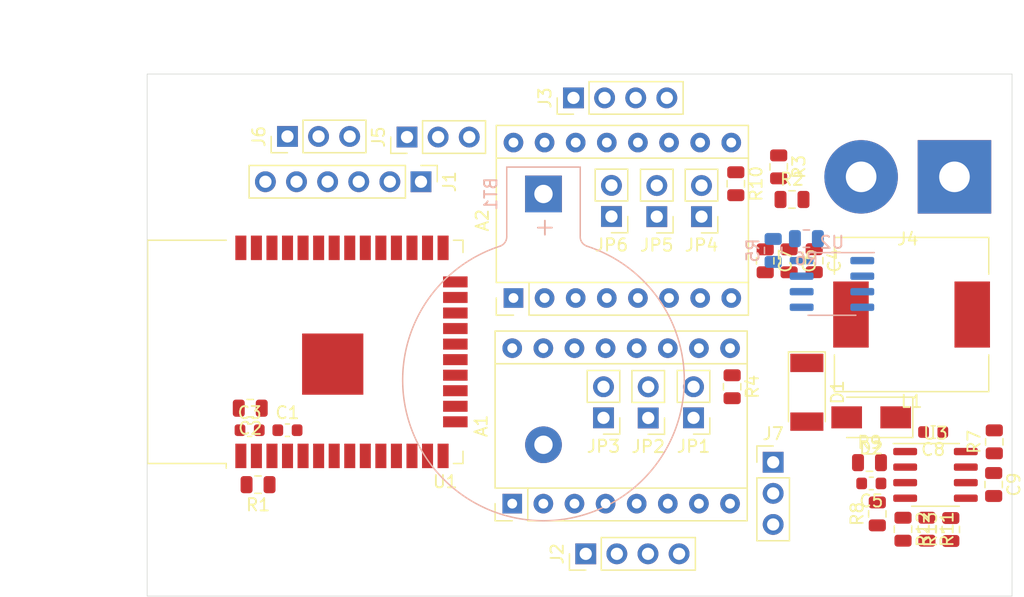
<source format=kicad_pcb>
(kicad_pcb (version 20171130) (host pcbnew 5.1.5)

  (general
    (thickness 1.6)
    (drawings 6)
    (tracks 0)
    (zones 0)
    (modules 44)
    (nets 66)
  )

  (page A4)
  (layers
    (0 F.Cu signal)
    (31 B.Cu signal)
    (32 B.Adhes user)
    (33 F.Adhes user)
    (34 B.Paste user)
    (35 F.Paste user)
    (36 B.SilkS user)
    (37 F.SilkS user)
    (38 B.Mask user)
    (39 F.Mask user)
    (40 Dwgs.User user)
    (41 Cmts.User user)
    (42 Eco1.User user)
    (43 Eco2.User user)
    (44 Edge.Cuts user)
    (45 Margin user)
    (46 B.CrtYd user)
    (47 F.CrtYd user)
    (48 B.Fab user)
    (49 F.Fab user hide)
  )

  (setup
    (last_trace_width 0.25)
    (trace_clearance 0.2)
    (zone_clearance 0.508)
    (zone_45_only no)
    (trace_min 0.2)
    (via_size 0.8)
    (via_drill 0.4)
    (via_min_size 0.4)
    (via_min_drill 0.3)
    (uvia_size 0.3)
    (uvia_drill 0.1)
    (uvias_allowed no)
    (uvia_min_size 0.2)
    (uvia_min_drill 0.1)
    (edge_width 0.05)
    (segment_width 0.2)
    (pcb_text_width 0.3)
    (pcb_text_size 1.5 1.5)
    (mod_edge_width 0.12)
    (mod_text_size 1 1)
    (mod_text_width 0.15)
    (pad_size 1.524 1.524)
    (pad_drill 0.762)
    (pad_to_mask_clearance 0.051)
    (solder_mask_min_width 0.25)
    (aux_axis_origin 0 0)
    (visible_elements FFFFFF7F)
    (pcbplotparams
      (layerselection 0x010fc_ffffffff)
      (usegerberextensions false)
      (usegerberattributes false)
      (usegerberadvancedattributes false)
      (creategerberjobfile false)
      (excludeedgelayer true)
      (linewidth 0.100000)
      (plotframeref false)
      (viasonmask false)
      (mode 1)
      (useauxorigin false)
      (hpglpennumber 1)
      (hpglpenspeed 20)
      (hpglpendiameter 15.000000)
      (psnegative false)
      (psa4output false)
      (plotreference true)
      (plotvalue true)
      (plotinvisibletext false)
      (padsonsilk false)
      (subtractmaskfromsilk false)
      (outputformat 1)
      (mirror false)
      (drillshape 1)
      (scaleselection 1)
      (outputdirectory ""))
  )

  (net 0 "")
  (net 1 /DIR2)
  (net 2 +28V)
  (net 3 /STEP2)
  (net 4 GND)
  (net 5 "Net-(A1-Pad13)")
  (net 6 "Net-(A1-Pad6)")
  (net 7 "Net-(A1-Pad5)")
  (net 8 "Net-(A1-Pad12)")
  (net 9 "Net-(A1-Pad4)")
  (net 10 "Net-(A1-Pad11)")
  (net 11 "Net-(A1-Pad3)")
  (net 12 "Net-(A1-Pad10)")
  (net 13 +3V3)
  (net 14 /EN2)
  (net 15 /DIR1)
  (net 16 /STEP1)
  (net 17 "Net-(A2-Pad13)")
  (net 18 "Net-(A2-Pad6)")
  (net 19 "Net-(A2-Pad5)")
  (net 20 "Net-(A2-Pad12)")
  (net 21 "Net-(A2-Pad4)")
  (net 22 "Net-(A2-Pad11)")
  (net 23 "Net-(A2-Pad3)")
  (net 24 "Net-(A2-Pad10)")
  (net 25 /EN1)
  (net 26 "Net-(BT1-Pad1)")
  (net 27 /RTS)
  (net 28 "Net-(C5-Pad2)")
  (net 29 "Net-(C5-Pad1)")
  (net 30 "Net-(C8-Pad2)")
  (net 31 "Net-(C8-Pad1)")
  (net 32 /TX0)
  (net 33 /RX0)
  (net 34 /DTR)
  (net 35 /RX1)
  (net 36 /TX1)
  (net 37 /RX2)
  (net 38 /TX2)
  (net 39 /SCL)
  (net 40 /SDA)
  (net 41 /V_BAT_SENSE)
  (net 42 "Net-(R7-Pad2)")
  (net 43 "Net-(R11-Pad1)")
  (net 44 "Net-(R13-Pad2)")
  (net 45 "Net-(U1-Pad37)")
  (net 46 "Net-(U1-Pad36)")
  (net 47 "Net-(U1-Pad32)")
  (net 48 /RTC_RST)
  (net 49 "Net-(U1-Pad24)")
  (net 50 "Net-(U1-Pad22)")
  (net 51 "Net-(U1-Pad21)")
  (net 52 "Net-(U1-Pad20)")
  (net 53 "Net-(U1-Pad19)")
  (net 54 "Net-(U1-Pad18)")
  (net 55 "Net-(U1-Pad17)")
  (net 56 "Net-(U1-Pad12)")
  (net 57 "Net-(U1-Pad11)")
  (net 58 "Net-(U1-Pad10)")
  (net 59 "Net-(U1-Pad9)")
  (net 60 "Net-(U1-Pad8)")
  (net 61 "Net-(U1-Pad7)")
  (net 62 "Net-(U1-Pad6)")
  (net 63 "Net-(U1-Pad5)")
  (net 64 "Net-(U2-Pad3)")
  (net 65 "Net-(U2-Pad1)")

  (net_class Default "This is the default net class."
    (clearance 0.2)
    (trace_width 0.25)
    (via_dia 0.8)
    (via_drill 0.4)
    (uvia_dia 0.3)
    (uvia_drill 0.1)
    (add_net +28V)
    (add_net +3V3)
    (add_net /DIR1)
    (add_net /DIR2)
    (add_net /DTR)
    (add_net /EN1)
    (add_net /EN2)
    (add_net /RTC_RST)
    (add_net /RTS)
    (add_net /RX0)
    (add_net /RX1)
    (add_net /RX2)
    (add_net /SCL)
    (add_net /SDA)
    (add_net /STEP1)
    (add_net /STEP2)
    (add_net /TX0)
    (add_net /TX1)
    (add_net /TX2)
    (add_net /V_BAT_SENSE)
    (add_net GND)
    (add_net "Net-(A1-Pad10)")
    (add_net "Net-(A1-Pad11)")
    (add_net "Net-(A1-Pad12)")
    (add_net "Net-(A1-Pad13)")
    (add_net "Net-(A1-Pad3)")
    (add_net "Net-(A1-Pad4)")
    (add_net "Net-(A1-Pad5)")
    (add_net "Net-(A1-Pad6)")
    (add_net "Net-(A2-Pad10)")
    (add_net "Net-(A2-Pad11)")
    (add_net "Net-(A2-Pad12)")
    (add_net "Net-(A2-Pad13)")
    (add_net "Net-(A2-Pad3)")
    (add_net "Net-(A2-Pad4)")
    (add_net "Net-(A2-Pad5)")
    (add_net "Net-(A2-Pad6)")
    (add_net "Net-(BT1-Pad1)")
    (add_net "Net-(C5-Pad1)")
    (add_net "Net-(C5-Pad2)")
    (add_net "Net-(C8-Pad1)")
    (add_net "Net-(C8-Pad2)")
    (add_net "Net-(R11-Pad1)")
    (add_net "Net-(R13-Pad2)")
    (add_net "Net-(R7-Pad2)")
    (add_net "Net-(U1-Pad10)")
    (add_net "Net-(U1-Pad11)")
    (add_net "Net-(U1-Pad12)")
    (add_net "Net-(U1-Pad17)")
    (add_net "Net-(U1-Pad18)")
    (add_net "Net-(U1-Pad19)")
    (add_net "Net-(U1-Pad20)")
    (add_net "Net-(U1-Pad21)")
    (add_net "Net-(U1-Pad22)")
    (add_net "Net-(U1-Pad24)")
    (add_net "Net-(U1-Pad32)")
    (add_net "Net-(U1-Pad36)")
    (add_net "Net-(U1-Pad37)")
    (add_net "Net-(U1-Pad5)")
    (add_net "Net-(U1-Pad6)")
    (add_net "Net-(U1-Pad7)")
    (add_net "Net-(U1-Pad8)")
    (add_net "Net-(U1-Pad9)")
    (add_net "Net-(U2-Pad1)")
    (add_net "Net-(U2-Pad3)")
  )

  (module Package_SO:SOIC-8_3.9x4.9mm_P1.27mm (layer F.Cu) (tedit 5D9F72B1) (tstamp 5E857A3D)
    (at 125.95 79.95)
    (descr "SOIC, 8 Pin (JEDEC MS-012AA, https://www.analog.com/media/en/package-pcb-resources/package/pkg_pdf/soic_narrow-r/r_8.pdf), generated with kicad-footprint-generator ipc_gullwing_generator.py")
    (tags "SOIC SO")
    (path /5E875742)
    (attr smd)
    (fp_text reference U3 (at 0 -3.4) (layer F.SilkS)
      (effects (font (size 1 1) (thickness 0.15)))
    )
    (fp_text value MP1584 (at 0 3.4) (layer F.Fab)
      (effects (font (size 1 1) (thickness 0.15)))
    )
    (fp_text user %R (at 0 0) (layer F.Fab)
      (effects (font (size 0.98 0.98) (thickness 0.15)))
    )
    (fp_line (start 3.7 -2.7) (end -3.7 -2.7) (layer F.CrtYd) (width 0.05))
    (fp_line (start 3.7 2.7) (end 3.7 -2.7) (layer F.CrtYd) (width 0.05))
    (fp_line (start -3.7 2.7) (end 3.7 2.7) (layer F.CrtYd) (width 0.05))
    (fp_line (start -3.7 -2.7) (end -3.7 2.7) (layer F.CrtYd) (width 0.05))
    (fp_line (start -1.95 -1.475) (end -0.975 -2.45) (layer F.Fab) (width 0.1))
    (fp_line (start -1.95 2.45) (end -1.95 -1.475) (layer F.Fab) (width 0.1))
    (fp_line (start 1.95 2.45) (end -1.95 2.45) (layer F.Fab) (width 0.1))
    (fp_line (start 1.95 -2.45) (end 1.95 2.45) (layer F.Fab) (width 0.1))
    (fp_line (start -0.975 -2.45) (end 1.95 -2.45) (layer F.Fab) (width 0.1))
    (fp_line (start 0 -2.56) (end -3.45 -2.56) (layer F.SilkS) (width 0.12))
    (fp_line (start 0 -2.56) (end 1.95 -2.56) (layer F.SilkS) (width 0.12))
    (fp_line (start 0 2.56) (end -1.95 2.56) (layer F.SilkS) (width 0.12))
    (fp_line (start 0 2.56) (end 1.95 2.56) (layer F.SilkS) (width 0.12))
    (pad 8 smd roundrect (at 2.475 -1.905) (size 1.95 0.6) (layers F.Cu F.Paste F.Mask) (roundrect_rratio 0.25)
      (net 31 "Net-(C8-Pad1)"))
    (pad 7 smd roundrect (at 2.475 -0.635) (size 1.95 0.6) (layers F.Cu F.Paste F.Mask) (roundrect_rratio 0.25)
      (net 2 +28V))
    (pad 6 smd roundrect (at 2.475 0.635) (size 1.95 0.6) (layers F.Cu F.Paste F.Mask) (roundrect_rratio 0.25)
      (net 44 "Net-(R13-Pad2)"))
    (pad 5 smd roundrect (at 2.475 1.905) (size 1.95 0.6) (layers F.Cu F.Paste F.Mask) (roundrect_rratio 0.25)
      (net 4 GND))
    (pad 4 smd roundrect (at -2.475 1.905) (size 1.95 0.6) (layers F.Cu F.Paste F.Mask) (roundrect_rratio 0.25)
      (net 43 "Net-(R11-Pad1)"))
    (pad 3 smd roundrect (at -2.475 0.635) (size 1.95 0.6) (layers F.Cu F.Paste F.Mask) (roundrect_rratio 0.25)
      (net 29 "Net-(C5-Pad1)"))
    (pad 2 smd roundrect (at -2.475 -0.635) (size 1.95 0.6) (layers F.Cu F.Paste F.Mask) (roundrect_rratio 0.25)
      (net 42 "Net-(R7-Pad2)"))
    (pad 1 smd roundrect (at -2.475 -1.905) (size 1.95 0.6) (layers F.Cu F.Paste F.Mask) (roundrect_rratio 0.25)
      (net 30 "Net-(C8-Pad2)"))
    (model ${KISYS3DMOD}/Package_SO.3dshapes/SOIC-8_3.9x4.9mm_P1.27mm.wrl
      (at (xyz 0 0 0))
      (scale (xyz 1 1 1))
      (rotate (xyz 0 0 0))
    )
  )

  (module Package_SO:SOIC-8_3.9x4.9mm_P1.27mm (layer B.Cu) (tedit 5D9F72B1) (tstamp 5E85724E)
    (at 117.5 64.35 180)
    (descr "SOIC, 8 Pin (JEDEC MS-012AA, https://www.analog.com/media/en/package-pcb-resources/package/pkg_pdf/soic_narrow-r/r_8.pdf), generated with kicad-footprint-generator ipc_gullwing_generator.py")
    (tags "SOIC SO")
    (path /5E97D628)
    (attr smd)
    (fp_text reference U2 (at 0 3.4) (layer B.SilkS)
      (effects (font (size 1 1) (thickness 0.15)) (justify mirror))
    )
    (fp_text value DS3231MZ (at 0 -3.4) (layer B.Fab)
      (effects (font (size 1 1) (thickness 0.15)) (justify mirror))
    )
    (fp_text user %R (at 0 0) (layer B.Fab)
      (effects (font (size 0.98 0.98) (thickness 0.15)) (justify mirror))
    )
    (fp_line (start 3.7 2.7) (end -3.7 2.7) (layer B.CrtYd) (width 0.05))
    (fp_line (start 3.7 -2.7) (end 3.7 2.7) (layer B.CrtYd) (width 0.05))
    (fp_line (start -3.7 -2.7) (end 3.7 -2.7) (layer B.CrtYd) (width 0.05))
    (fp_line (start -3.7 2.7) (end -3.7 -2.7) (layer B.CrtYd) (width 0.05))
    (fp_line (start -1.95 1.475) (end -0.975 2.45) (layer B.Fab) (width 0.1))
    (fp_line (start -1.95 -2.45) (end -1.95 1.475) (layer B.Fab) (width 0.1))
    (fp_line (start 1.95 -2.45) (end -1.95 -2.45) (layer B.Fab) (width 0.1))
    (fp_line (start 1.95 2.45) (end 1.95 -2.45) (layer B.Fab) (width 0.1))
    (fp_line (start -0.975 2.45) (end 1.95 2.45) (layer B.Fab) (width 0.1))
    (fp_line (start 0 2.56) (end -3.45 2.56) (layer B.SilkS) (width 0.12))
    (fp_line (start 0 2.56) (end 1.95 2.56) (layer B.SilkS) (width 0.12))
    (fp_line (start 0 -2.56) (end -1.95 -2.56) (layer B.SilkS) (width 0.12))
    (fp_line (start 0 -2.56) (end 1.95 -2.56) (layer B.SilkS) (width 0.12))
    (pad 8 smd roundrect (at 2.475 1.905 180) (size 1.95 0.6) (layers B.Cu B.Paste B.Mask) (roundrect_rratio 0.25)
      (net 39 /SCL))
    (pad 7 smd roundrect (at 2.475 0.635 180) (size 1.95 0.6) (layers B.Cu B.Paste B.Mask) (roundrect_rratio 0.25)
      (net 40 /SDA))
    (pad 6 smd roundrect (at 2.475 -0.635 180) (size 1.95 0.6) (layers B.Cu B.Paste B.Mask) (roundrect_rratio 0.25)
      (net 26 "Net-(BT1-Pad1)"))
    (pad 5 smd roundrect (at 2.475 -1.905 180) (size 1.95 0.6) (layers B.Cu B.Paste B.Mask) (roundrect_rratio 0.25)
      (net 4 GND))
    (pad 4 smd roundrect (at -2.475 -1.905 180) (size 1.95 0.6) (layers B.Cu B.Paste B.Mask) (roundrect_rratio 0.25)
      (net 48 /RTC_RST))
    (pad 3 smd roundrect (at -2.475 -0.635 180) (size 1.95 0.6) (layers B.Cu B.Paste B.Mask) (roundrect_rratio 0.25)
      (net 64 "Net-(U2-Pad3)"))
    (pad 2 smd roundrect (at -2.475 0.635 180) (size 1.95 0.6) (layers B.Cu B.Paste B.Mask) (roundrect_rratio 0.25)
      (net 13 +3V3))
    (pad 1 smd roundrect (at -2.475 1.905 180) (size 1.95 0.6) (layers B.Cu B.Paste B.Mask) (roundrect_rratio 0.25)
      (net 65 "Net-(U2-Pad1)"))
    (model ${KISYS3DMOD}/Package_SO.3dshapes/SOIC-8_3.9x4.9mm_P1.27mm.wrl
      (at (xyz 0 0 0))
      (scale (xyz 1 1 1))
      (rotate (xyz 0 0 0))
    )
  )

  (module RF_Module:ESP32-WROOM-32 (layer F.Cu) (tedit 5B5B4654) (tstamp 5E857234)
    (at 77.5 69.9 90)
    (descr "Single 2.4 GHz Wi-Fi and Bluetooth combo chip https://www.espressif.com/sites/default/files/documentation/esp32-wroom-32_datasheet_en.pdf")
    (tags "Single 2.4 GHz Wi-Fi and Bluetooth combo  chip")
    (path /5E879BD1)
    (attr smd)
    (fp_text reference U1 (at -10.61 8.43) (layer F.SilkS)
      (effects (font (size 1 1) (thickness 0.15)))
    )
    (fp_text value ESP32-WROOM-32U (at 0 11.5 90) (layer F.Fab)
      (effects (font (size 1 1) (thickness 0.15)))
    )
    (fp_line (start -9.12 -9.445) (end -9.5 -9.445) (layer F.SilkS) (width 0.12))
    (fp_line (start -9.12 -15.865) (end -9.12 -9.445) (layer F.SilkS) (width 0.12))
    (fp_line (start 9.12 -15.865) (end 9.12 -9.445) (layer F.SilkS) (width 0.12))
    (fp_line (start -9.12 -15.865) (end 9.12 -15.865) (layer F.SilkS) (width 0.12))
    (fp_line (start 9.12 9.88) (end 8.12 9.88) (layer F.SilkS) (width 0.12))
    (fp_line (start 9.12 9.1) (end 9.12 9.88) (layer F.SilkS) (width 0.12))
    (fp_line (start -9.12 9.88) (end -8.12 9.88) (layer F.SilkS) (width 0.12))
    (fp_line (start -9.12 9.1) (end -9.12 9.88) (layer F.SilkS) (width 0.12))
    (fp_line (start 8.4 -20.6) (end 8.2 -20.4) (layer Cmts.User) (width 0.1))
    (fp_line (start 8.4 -16) (end 8.4 -20.6) (layer Cmts.User) (width 0.1))
    (fp_line (start 8.4 -20.6) (end 8.6 -20.4) (layer Cmts.User) (width 0.1))
    (fp_line (start 8.4 -16) (end 8.6 -16.2) (layer Cmts.User) (width 0.1))
    (fp_line (start 8.4 -16) (end 8.2 -16.2) (layer Cmts.User) (width 0.1))
    (fp_line (start -9.2 -13.875) (end -9.4 -14.075) (layer Cmts.User) (width 0.1))
    (fp_line (start -13.8 -13.875) (end -9.2 -13.875) (layer Cmts.User) (width 0.1))
    (fp_line (start -9.2 -13.875) (end -9.4 -13.675) (layer Cmts.User) (width 0.1))
    (fp_line (start -13.8 -13.875) (end -13.6 -13.675) (layer Cmts.User) (width 0.1))
    (fp_line (start -13.8 -13.875) (end -13.6 -14.075) (layer Cmts.User) (width 0.1))
    (fp_line (start 9.2 -13.875) (end 9.4 -13.675) (layer Cmts.User) (width 0.1))
    (fp_line (start 9.2 -13.875) (end 9.4 -14.075) (layer Cmts.User) (width 0.1))
    (fp_line (start 13.8 -13.875) (end 13.6 -13.675) (layer Cmts.User) (width 0.1))
    (fp_line (start 13.8 -13.875) (end 13.6 -14.075) (layer Cmts.User) (width 0.1))
    (fp_line (start 9.2 -13.875) (end 13.8 -13.875) (layer Cmts.User) (width 0.1))
    (fp_line (start 14 -11.585) (end 12 -9.97) (layer Dwgs.User) (width 0.1))
    (fp_line (start 14 -13.2) (end 10 -9.97) (layer Dwgs.User) (width 0.1))
    (fp_line (start 14 -14.815) (end 8 -9.97) (layer Dwgs.User) (width 0.1))
    (fp_line (start 14 -16.43) (end 6 -9.97) (layer Dwgs.User) (width 0.1))
    (fp_line (start 14 -18.045) (end 4 -9.97) (layer Dwgs.User) (width 0.1))
    (fp_line (start 14 -19.66) (end 2 -9.97) (layer Dwgs.User) (width 0.1))
    (fp_line (start 13.475 -20.75) (end 0 -9.97) (layer Dwgs.User) (width 0.1))
    (fp_line (start 11.475 -20.75) (end -2 -9.97) (layer Dwgs.User) (width 0.1))
    (fp_line (start 9.475 -20.75) (end -4 -9.97) (layer Dwgs.User) (width 0.1))
    (fp_line (start 7.475 -20.75) (end -6 -9.97) (layer Dwgs.User) (width 0.1))
    (fp_line (start -8 -9.97) (end 5.475 -20.75) (layer Dwgs.User) (width 0.1))
    (fp_line (start 3.475 -20.75) (end -10 -9.97) (layer Dwgs.User) (width 0.1))
    (fp_line (start 1.475 -20.75) (end -12 -9.97) (layer Dwgs.User) (width 0.1))
    (fp_line (start -0.525 -20.75) (end -14 -9.97) (layer Dwgs.User) (width 0.1))
    (fp_line (start -2.525 -20.75) (end -14 -11.585) (layer Dwgs.User) (width 0.1))
    (fp_line (start -4.525 -20.75) (end -14 -13.2) (layer Dwgs.User) (width 0.1))
    (fp_line (start -6.525 -20.75) (end -14 -14.815) (layer Dwgs.User) (width 0.1))
    (fp_line (start -8.525 -20.75) (end -14 -16.43) (layer Dwgs.User) (width 0.1))
    (fp_line (start -10.525 -20.75) (end -14 -18.045) (layer Dwgs.User) (width 0.1))
    (fp_line (start -12.525 -20.75) (end -14 -19.66) (layer Dwgs.User) (width 0.1))
    (fp_line (start 9.75 -9.72) (end 14.25 -9.72) (layer F.CrtYd) (width 0.05))
    (fp_line (start -14.25 -9.72) (end -9.75 -9.72) (layer F.CrtYd) (width 0.05))
    (fp_line (start 14.25 -21) (end 14.25 -9.72) (layer F.CrtYd) (width 0.05))
    (fp_line (start -14.25 -21) (end -14.25 -9.72) (layer F.CrtYd) (width 0.05))
    (fp_line (start 14 -20.75) (end -14 -20.75) (layer Dwgs.User) (width 0.1))
    (fp_line (start 14 -9.97) (end 14 -20.75) (layer Dwgs.User) (width 0.1))
    (fp_line (start 14 -9.97) (end -14 -9.97) (layer Dwgs.User) (width 0.1))
    (fp_line (start -9 -9.02) (end -8.5 -9.52) (layer F.Fab) (width 0.1))
    (fp_line (start -8.5 -9.52) (end -9 -10.02) (layer F.Fab) (width 0.1))
    (fp_line (start -9 -9.02) (end -9 9.76) (layer F.Fab) (width 0.1))
    (fp_line (start -14.25 -21) (end 14.25 -21) (layer F.CrtYd) (width 0.05))
    (fp_line (start 9.75 -9.72) (end 9.75 10.5) (layer F.CrtYd) (width 0.05))
    (fp_line (start -9.75 10.5) (end 9.75 10.5) (layer F.CrtYd) (width 0.05))
    (fp_line (start -9.75 10.5) (end -9.75 -9.72) (layer F.CrtYd) (width 0.05))
    (fp_line (start -9 -15.745) (end 9 -15.745) (layer F.Fab) (width 0.1))
    (fp_line (start -9 -15.745) (end -9 -10.02) (layer F.Fab) (width 0.1))
    (fp_line (start -9 9.76) (end 9 9.76) (layer F.Fab) (width 0.1))
    (fp_line (start 9 9.76) (end 9 -15.745) (layer F.Fab) (width 0.1))
    (fp_line (start -14 -9.97) (end -14 -20.75) (layer Dwgs.User) (width 0.1))
    (fp_text user "5 mm" (at 7.8 -19.075) (layer Cmts.User)
      (effects (font (size 0.5 0.5) (thickness 0.1)))
    )
    (fp_text user "5 mm" (at -11.2 -14.375 90) (layer Cmts.User)
      (effects (font (size 0.5 0.5) (thickness 0.1)))
    )
    (fp_text user "5 mm" (at 11.8 -14.375 90) (layer Cmts.User)
      (effects (font (size 0.5 0.5) (thickness 0.1)))
    )
    (fp_text user Antenna (at 0 -13 90) (layer Cmts.User)
      (effects (font (size 1 1) (thickness 0.15)))
    )
    (fp_text user "KEEP-OUT ZONE" (at 0 -19 90) (layer Cmts.User)
      (effects (font (size 1 1) (thickness 0.15)))
    )
    (fp_text user %R (at 0 0 90) (layer F.Fab)
      (effects (font (size 1 1) (thickness 0.15)))
    )
    (pad 38 smd rect (at 8.5 -8.255 90) (size 2 0.9) (layers F.Cu F.Paste F.Mask)
      (net 4 GND))
    (pad 37 smd rect (at 8.5 -6.985 90) (size 2 0.9) (layers F.Cu F.Paste F.Mask)
      (net 45 "Net-(U1-Pad37)"))
    (pad 36 smd rect (at 8.5 -5.715 90) (size 2 0.9) (layers F.Cu F.Paste F.Mask)
      (net 46 "Net-(U1-Pad36)"))
    (pad 35 smd rect (at 8.5 -4.445 90) (size 2 0.9) (layers F.Cu F.Paste F.Mask)
      (net 32 /TX0))
    (pad 34 smd rect (at 8.5 -3.175 90) (size 2 0.9) (layers F.Cu F.Paste F.Mask)
      (net 33 /RX0))
    (pad 33 smd rect (at 8.5 -1.905 90) (size 2 0.9) (layers F.Cu F.Paste F.Mask)
      (net 3 /STEP2))
    (pad 32 smd rect (at 8.5 -0.635 90) (size 2 0.9) (layers F.Cu F.Paste F.Mask)
      (net 47 "Net-(U1-Pad32)"))
    (pad 31 smd rect (at 8.5 0.635 90) (size 2 0.9) (layers F.Cu F.Paste F.Mask)
      (net 1 /DIR2))
    (pad 30 smd rect (at 8.5 1.905 90) (size 2 0.9) (layers F.Cu F.Paste F.Mask)
      (net 16 /STEP1))
    (pad 29 smd rect (at 8.5 3.175 90) (size 2 0.9) (layers F.Cu F.Paste F.Mask)
      (net 35 /RX1))
    (pad 28 smd rect (at 8.5 4.445 90) (size 2 0.9) (layers F.Cu F.Paste F.Mask)
      (net 15 /DIR1))
    (pad 27 smd rect (at 8.5 5.715 90) (size 2 0.9) (layers F.Cu F.Paste F.Mask)
      (net 48 /RTC_RST))
    (pad 26 smd rect (at 8.5 6.985 90) (size 2 0.9) (layers F.Cu F.Paste F.Mask)
      (net 36 /TX1))
    (pad 25 smd rect (at 8.5 8.255 90) (size 2 0.9) (layers F.Cu F.Paste F.Mask)
      (net 34 /DTR))
    (pad 24 smd rect (at 5.715 9.255 180) (size 2 0.9) (layers F.Cu F.Paste F.Mask)
      (net 49 "Net-(U1-Pad24)"))
    (pad 23 smd rect (at 4.445 9.255 180) (size 2 0.9) (layers F.Cu F.Paste F.Mask)
      (net 39 /SCL))
    (pad 22 smd rect (at 3.175 9.255 180) (size 2 0.9) (layers F.Cu F.Paste F.Mask)
      (net 50 "Net-(U1-Pad22)"))
    (pad 21 smd rect (at 1.905 9.255 180) (size 2 0.9) (layers F.Cu F.Paste F.Mask)
      (net 51 "Net-(U1-Pad21)"))
    (pad 20 smd rect (at 0.635 9.255 180) (size 2 0.9) (layers F.Cu F.Paste F.Mask)
      (net 52 "Net-(U1-Pad20)"))
    (pad 19 smd rect (at -0.635 9.255 180) (size 2 0.9) (layers F.Cu F.Paste F.Mask)
      (net 53 "Net-(U1-Pad19)"))
    (pad 18 smd rect (at -1.905 9.255 180) (size 2 0.9) (layers F.Cu F.Paste F.Mask)
      (net 54 "Net-(U1-Pad18)"))
    (pad 17 smd rect (at -3.175 9.255 180) (size 2 0.9) (layers F.Cu F.Paste F.Mask)
      (net 55 "Net-(U1-Pad17)"))
    (pad 16 smd rect (at -4.445 9.255 180) (size 2 0.9) (layers F.Cu F.Paste F.Mask)
      (net 37 /RX2))
    (pad 15 smd rect (at -5.715 9.255 180) (size 2 0.9) (layers F.Cu F.Paste F.Mask)
      (net 4 GND))
    (pad 14 smd rect (at -8.5 8.255 90) (size 2 0.9) (layers F.Cu F.Paste F.Mask)
      (net 38 /TX2))
    (pad 13 smd rect (at -8.5 6.985 90) (size 2 0.9) (layers F.Cu F.Paste F.Mask)
      (net 40 /SDA))
    (pad 12 smd rect (at -8.5 5.715 90) (size 2 0.9) (layers F.Cu F.Paste F.Mask)
      (net 56 "Net-(U1-Pad12)"))
    (pad 11 smd rect (at -8.5 4.445 90) (size 2 0.9) (layers F.Cu F.Paste F.Mask)
      (net 57 "Net-(U1-Pad11)"))
    (pad 10 smd rect (at -8.5 3.175 90) (size 2 0.9) (layers F.Cu F.Paste F.Mask)
      (net 58 "Net-(U1-Pad10)"))
    (pad 9 smd rect (at -8.5 1.905 90) (size 2 0.9) (layers F.Cu F.Paste F.Mask)
      (net 59 "Net-(U1-Pad9)"))
    (pad 8 smd rect (at -8.5 0.635 90) (size 2 0.9) (layers F.Cu F.Paste F.Mask)
      (net 60 "Net-(U1-Pad8)"))
    (pad 7 smd rect (at -8.5 -0.635 90) (size 2 0.9) (layers F.Cu F.Paste F.Mask)
      (net 61 "Net-(U1-Pad7)"))
    (pad 6 smd rect (at -8.5 -1.905 90) (size 2 0.9) (layers F.Cu F.Paste F.Mask)
      (net 62 "Net-(U1-Pad6)"))
    (pad 5 smd rect (at -8.5 -3.175 90) (size 2 0.9) (layers F.Cu F.Paste F.Mask)
      (net 63 "Net-(U1-Pad5)"))
    (pad 4 smd rect (at -8.5 -4.445 90) (size 2 0.9) (layers F.Cu F.Paste F.Mask)
      (net 41 /V_BAT_SENSE))
    (pad 3 smd rect (at -8.5 -5.715 90) (size 2 0.9) (layers F.Cu F.Paste F.Mask)
      (net 27 /RTS))
    (pad 2 smd rect (at -8.5 -6.985 90) (size 2 0.9) (layers F.Cu F.Paste F.Mask)
      (net 13 +3V3))
    (pad 1 smd rect (at -8.5 -8.255 90) (size 2 0.9) (layers F.Cu F.Paste F.Mask)
      (net 4 GND))
    (pad 39 smd rect (at -1 -0.755 90) (size 5 5) (layers F.Cu F.Paste F.Mask)
      (net 4 GND))
    (model ${KISYS3DMOD}/RF_Module.3dshapes/ESP32-WROOM-32.wrl
      (at (xyz 0 0 0))
      (scale (xyz 1 1 1))
      (rotate (xyz 0 0 0))
    )
  )

  (module Resistor_SMD:R_0805_2012Metric (layer F.Cu) (tedit 5B36C52B) (tstamp 5E8571C5)
    (at 127.2 84.4125 90)
    (descr "Resistor SMD 0805 (2012 Metric), square (rectangular) end terminal, IPC_7351 nominal, (Body size source: https://docs.google.com/spreadsheets/d/1BsfQQcO9C6DZCsRaXUlFlo91Tg2WpOkGARC1WS5S8t0/edit?usp=sharing), generated with kicad-footprint-generator")
    (tags resistor)
    (path /5E875758)
    (attr smd)
    (fp_text reference R13 (at 0 -1.65 90) (layer F.SilkS)
      (effects (font (size 1 1) (thickness 0.15)))
    )
    (fp_text value 200k (at 0 1.65 90) (layer F.Fab)
      (effects (font (size 1 1) (thickness 0.15)))
    )
    (fp_text user %R (at 0 0 90) (layer F.Fab)
      (effects (font (size 0.5 0.5) (thickness 0.08)))
    )
    (fp_line (start 1.68 0.95) (end -1.68 0.95) (layer F.CrtYd) (width 0.05))
    (fp_line (start 1.68 -0.95) (end 1.68 0.95) (layer F.CrtYd) (width 0.05))
    (fp_line (start -1.68 -0.95) (end 1.68 -0.95) (layer F.CrtYd) (width 0.05))
    (fp_line (start -1.68 0.95) (end -1.68 -0.95) (layer F.CrtYd) (width 0.05))
    (fp_line (start -0.258578 0.71) (end 0.258578 0.71) (layer F.SilkS) (width 0.12))
    (fp_line (start -0.258578 -0.71) (end 0.258578 -0.71) (layer F.SilkS) (width 0.12))
    (fp_line (start 1 0.6) (end -1 0.6) (layer F.Fab) (width 0.1))
    (fp_line (start 1 -0.6) (end 1 0.6) (layer F.Fab) (width 0.1))
    (fp_line (start -1 -0.6) (end 1 -0.6) (layer F.Fab) (width 0.1))
    (fp_line (start -1 0.6) (end -1 -0.6) (layer F.Fab) (width 0.1))
    (pad 2 smd roundrect (at 0.9375 0 90) (size 0.975 1.4) (layers F.Cu F.Paste F.Mask) (roundrect_rratio 0.25)
      (net 44 "Net-(R13-Pad2)"))
    (pad 1 smd roundrect (at -0.9375 0 90) (size 0.975 1.4) (layers F.Cu F.Paste F.Mask) (roundrect_rratio 0.25)
      (net 4 GND))
    (model ${KISYS3DMOD}/Resistor_SMD.3dshapes/R_0805_2012Metric.wrl
      (at (xyz 0 0 0))
      (scale (xyz 1 1 1))
      (rotate (xyz 0 0 0))
    )
  )

  (module Resistor_SMD:R_0805_2012Metric (layer F.Cu) (tedit 5B36C52B) (tstamp 5E8571B4)
    (at 123.3 84.3875 270)
    (descr "Resistor SMD 0805 (2012 Metric), square (rectangular) end terminal, IPC_7351 nominal, (Body size source: https://docs.google.com/spreadsheets/d/1BsfQQcO9C6DZCsRaXUlFlo91Tg2WpOkGARC1WS5S8t0/edit?usp=sharing), generated with kicad-footprint-generator")
    (tags resistor)
    (path /5E875791)
    (attr smd)
    (fp_text reference R12 (at 0 -1.65 90) (layer F.SilkS)
      (effects (font (size 1 1) (thickness 0.15)))
    )
    (fp_text value R (at 0 1.65 90) (layer F.Fab)
      (effects (font (size 1 1) (thickness 0.15)))
    )
    (fp_text user %R (at 0 0 90) (layer F.Fab)
      (effects (font (size 0.5 0.5) (thickness 0.08)))
    )
    (fp_line (start 1.68 0.95) (end -1.68 0.95) (layer F.CrtYd) (width 0.05))
    (fp_line (start 1.68 -0.95) (end 1.68 0.95) (layer F.CrtYd) (width 0.05))
    (fp_line (start -1.68 -0.95) (end 1.68 -0.95) (layer F.CrtYd) (width 0.05))
    (fp_line (start -1.68 0.95) (end -1.68 -0.95) (layer F.CrtYd) (width 0.05))
    (fp_line (start -0.258578 0.71) (end 0.258578 0.71) (layer F.SilkS) (width 0.12))
    (fp_line (start -0.258578 -0.71) (end 0.258578 -0.71) (layer F.SilkS) (width 0.12))
    (fp_line (start 1 0.6) (end -1 0.6) (layer F.Fab) (width 0.1))
    (fp_line (start 1 -0.6) (end 1 0.6) (layer F.Fab) (width 0.1))
    (fp_line (start -1 -0.6) (end 1 -0.6) (layer F.Fab) (width 0.1))
    (fp_line (start -1 0.6) (end -1 -0.6) (layer F.Fab) (width 0.1))
    (pad 2 smd roundrect (at 0.9375 0 270) (size 0.975 1.4) (layers F.Cu F.Paste F.Mask) (roundrect_rratio 0.25)
      (net 4 GND))
    (pad 1 smd roundrect (at -0.9375 0 270) (size 0.975 1.4) (layers F.Cu F.Paste F.Mask) (roundrect_rratio 0.25)
      (net 43 "Net-(R11-Pad1)"))
    (model ${KISYS3DMOD}/Resistor_SMD.3dshapes/R_0805_2012Metric.wrl
      (at (xyz 0 0 0))
      (scale (xyz 1 1 1))
      (rotate (xyz 0 0 0))
    )
  )

  (module Resistor_SMD:R_0805_2012Metric (layer F.Cu) (tedit 5B36C52B) (tstamp 5E8571A3)
    (at 125.25 84.3875 270)
    (descr "Resistor SMD 0805 (2012 Metric), square (rectangular) end terminal, IPC_7351 nominal, (Body size source: https://docs.google.com/spreadsheets/d/1BsfQQcO9C6DZCsRaXUlFlo91Tg2WpOkGARC1WS5S8t0/edit?usp=sharing), generated with kicad-footprint-generator")
    (tags resistor)
    (path /5E875797)
    (attr smd)
    (fp_text reference R11 (at 0 -1.65 90) (layer F.SilkS)
      (effects (font (size 1 1) (thickness 0.15)))
    )
    (fp_text value R (at 0 1.65 90) (layer F.Fab)
      (effects (font (size 1 1) (thickness 0.15)))
    )
    (fp_text user %R (at 0 0 90) (layer F.Fab)
      (effects (font (size 0.5 0.5) (thickness 0.08)))
    )
    (fp_line (start 1.68 0.95) (end -1.68 0.95) (layer F.CrtYd) (width 0.05))
    (fp_line (start 1.68 -0.95) (end 1.68 0.95) (layer F.CrtYd) (width 0.05))
    (fp_line (start -1.68 -0.95) (end 1.68 -0.95) (layer F.CrtYd) (width 0.05))
    (fp_line (start -1.68 0.95) (end -1.68 -0.95) (layer F.CrtYd) (width 0.05))
    (fp_line (start -0.258578 0.71) (end 0.258578 0.71) (layer F.SilkS) (width 0.12))
    (fp_line (start -0.258578 -0.71) (end 0.258578 -0.71) (layer F.SilkS) (width 0.12))
    (fp_line (start 1 0.6) (end -1 0.6) (layer F.Fab) (width 0.1))
    (fp_line (start 1 -0.6) (end 1 0.6) (layer F.Fab) (width 0.1))
    (fp_line (start -1 -0.6) (end 1 -0.6) (layer F.Fab) (width 0.1))
    (fp_line (start -1 0.6) (end -1 -0.6) (layer F.Fab) (width 0.1))
    (pad 2 smd roundrect (at 0.9375 0 270) (size 0.975 1.4) (layers F.Cu F.Paste F.Mask) (roundrect_rratio 0.25)
      (net 13 +3V3))
    (pad 1 smd roundrect (at -0.9375 0 270) (size 0.975 1.4) (layers F.Cu F.Paste F.Mask) (roundrect_rratio 0.25)
      (net 43 "Net-(R11-Pad1)"))
    (model ${KISYS3DMOD}/Resistor_SMD.3dshapes/R_0805_2012Metric.wrl
      (at (xyz 0 0 0))
      (scale (xyz 1 1 1))
      (rotate (xyz 0 0 0))
    )
  )

  (module Resistor_SMD:R_0805_2012Metric (layer F.Cu) (tedit 5B36C52B) (tstamp 5E857192)
    (at 109.65 56.1625 270)
    (descr "Resistor SMD 0805 (2012 Metric), square (rectangular) end terminal, IPC_7351 nominal, (Body size source: https://docs.google.com/spreadsheets/d/1BsfQQcO9C6DZCsRaXUlFlo91Tg2WpOkGARC1WS5S8t0/edit?usp=sharing), generated with kicad-footprint-generator")
    (tags resistor)
    (path /5E89B5D1)
    (attr smd)
    (fp_text reference R10 (at 0 -1.65 90) (layer F.SilkS)
      (effects (font (size 1 1) (thickness 0.15)))
    )
    (fp_text value 100k (at 0 1.65 90) (layer F.Fab)
      (effects (font (size 1 1) (thickness 0.15)))
    )
    (fp_text user %R (at 0 0 90) (layer F.Fab)
      (effects (font (size 0.5 0.5) (thickness 0.08)))
    )
    (fp_line (start 1.68 0.95) (end -1.68 0.95) (layer F.CrtYd) (width 0.05))
    (fp_line (start 1.68 -0.95) (end 1.68 0.95) (layer F.CrtYd) (width 0.05))
    (fp_line (start -1.68 -0.95) (end 1.68 -0.95) (layer F.CrtYd) (width 0.05))
    (fp_line (start -1.68 0.95) (end -1.68 -0.95) (layer F.CrtYd) (width 0.05))
    (fp_line (start -0.258578 0.71) (end 0.258578 0.71) (layer F.SilkS) (width 0.12))
    (fp_line (start -0.258578 -0.71) (end 0.258578 -0.71) (layer F.SilkS) (width 0.12))
    (fp_line (start 1 0.6) (end -1 0.6) (layer F.Fab) (width 0.1))
    (fp_line (start 1 -0.6) (end 1 0.6) (layer F.Fab) (width 0.1))
    (fp_line (start -1 -0.6) (end 1 -0.6) (layer F.Fab) (width 0.1))
    (fp_line (start -1 0.6) (end -1 -0.6) (layer F.Fab) (width 0.1))
    (pad 2 smd roundrect (at 0.9375 0 270) (size 0.975 1.4) (layers F.Cu F.Paste F.Mask) (roundrect_rratio 0.25)
      (net 13 +3V3))
    (pad 1 smd roundrect (at -0.9375 0 270) (size 0.975 1.4) (layers F.Cu F.Paste F.Mask) (roundrect_rratio 0.25)
      (net 25 /EN1))
    (model ${KISYS3DMOD}/Resistor_SMD.3dshapes/R_0805_2012Metric.wrl
      (at (xyz 0 0 0))
      (scale (xyz 1 1 1))
      (rotate (xyz 0 0 0))
    )
  )

  (module Resistor_SMD:R_0805_2012Metric (layer F.Cu) (tedit 5B36C52B) (tstamp 5E857181)
    (at 120.5625 78.95)
    (descr "Resistor SMD 0805 (2012 Metric), square (rectangular) end terminal, IPC_7351 nominal, (Body size source: https://docs.google.com/spreadsheets/d/1BsfQQcO9C6DZCsRaXUlFlo91Tg2WpOkGARC1WS5S8t0/edit?usp=sharing), generated with kicad-footprint-generator")
    (tags resistor)
    (path /5E875785)
    (attr smd)
    (fp_text reference R9 (at 0 -1.65) (layer F.SilkS)
      (effects (font (size 1 1) (thickness 0.15)))
    )
    (fp_text value 59k (at 0 1.65) (layer F.Fab)
      (effects (font (size 1 1) (thickness 0.15)))
    )
    (fp_text user %R (at 0 0) (layer F.Fab)
      (effects (font (size 0.5 0.5) (thickness 0.08)))
    )
    (fp_line (start 1.68 0.95) (end -1.68 0.95) (layer F.CrtYd) (width 0.05))
    (fp_line (start 1.68 -0.95) (end 1.68 0.95) (layer F.CrtYd) (width 0.05))
    (fp_line (start -1.68 -0.95) (end 1.68 -0.95) (layer F.CrtYd) (width 0.05))
    (fp_line (start -1.68 0.95) (end -1.68 -0.95) (layer F.CrtYd) (width 0.05))
    (fp_line (start -0.258578 0.71) (end 0.258578 0.71) (layer F.SilkS) (width 0.12))
    (fp_line (start -0.258578 -0.71) (end 0.258578 -0.71) (layer F.SilkS) (width 0.12))
    (fp_line (start 1 0.6) (end -1 0.6) (layer F.Fab) (width 0.1))
    (fp_line (start 1 -0.6) (end 1 0.6) (layer F.Fab) (width 0.1))
    (fp_line (start -1 -0.6) (end 1 -0.6) (layer F.Fab) (width 0.1))
    (fp_line (start -1 0.6) (end -1 -0.6) (layer F.Fab) (width 0.1))
    (pad 2 smd roundrect (at 0.9375 0) (size 0.975 1.4) (layers F.Cu F.Paste F.Mask) (roundrect_rratio 0.25)
      (net 42 "Net-(R7-Pad2)"))
    (pad 1 smd roundrect (at -0.9375 0) (size 0.975 1.4) (layers F.Cu F.Paste F.Mask) (roundrect_rratio 0.25)
      (net 4 GND))
    (model ${KISYS3DMOD}/Resistor_SMD.3dshapes/R_0805_2012Metric.wrl
      (at (xyz 0 0 0))
      (scale (xyz 1 1 1))
      (rotate (xyz 0 0 0))
    )
  )

  (module Resistor_SMD:R_0805_2012Metric (layer F.Cu) (tedit 5B36C52B) (tstamp 5E857170)
    (at 121.2 83.1375 90)
    (descr "Resistor SMD 0805 (2012 Metric), square (rectangular) end terminal, IPC_7351 nominal, (Body size source: https://docs.google.com/spreadsheets/d/1BsfQQcO9C6DZCsRaXUlFlo91Tg2WpOkGARC1WS5S8t0/edit?usp=sharing), generated with kicad-footprint-generator")
    (tags resistor)
    (path /5E8757EB)
    (attr smd)
    (fp_text reference R8 (at 0 -1.65 90) (layer F.SilkS)
      (effects (font (size 1 1) (thickness 0.15)))
    )
    (fp_text value 100k (at 0 1.65 90) (layer F.Fab)
      (effects (font (size 1 1) (thickness 0.15)))
    )
    (fp_text user %R (at 0 0 90) (layer F.Fab)
      (effects (font (size 0.5 0.5) (thickness 0.08)))
    )
    (fp_line (start 1.68 0.95) (end -1.68 0.95) (layer F.CrtYd) (width 0.05))
    (fp_line (start 1.68 -0.95) (end 1.68 0.95) (layer F.CrtYd) (width 0.05))
    (fp_line (start -1.68 -0.95) (end 1.68 -0.95) (layer F.CrtYd) (width 0.05))
    (fp_line (start -1.68 0.95) (end -1.68 -0.95) (layer F.CrtYd) (width 0.05))
    (fp_line (start -0.258578 0.71) (end 0.258578 0.71) (layer F.SilkS) (width 0.12))
    (fp_line (start -0.258578 -0.71) (end 0.258578 -0.71) (layer F.SilkS) (width 0.12))
    (fp_line (start 1 0.6) (end -1 0.6) (layer F.Fab) (width 0.1))
    (fp_line (start 1 -0.6) (end 1 0.6) (layer F.Fab) (width 0.1))
    (fp_line (start -1 -0.6) (end 1 -0.6) (layer F.Fab) (width 0.1))
    (fp_line (start -1 0.6) (end -1 -0.6) (layer F.Fab) (width 0.1))
    (pad 2 smd roundrect (at 0.9375 0 90) (size 0.975 1.4) (layers F.Cu F.Paste F.Mask) (roundrect_rratio 0.25)
      (net 28 "Net-(C5-Pad2)"))
    (pad 1 smd roundrect (at -0.9375 0 90) (size 0.975 1.4) (layers F.Cu F.Paste F.Mask) (roundrect_rratio 0.25)
      (net 4 GND))
    (model ${KISYS3DMOD}/Resistor_SMD.3dshapes/R_0805_2012Metric.wrl
      (at (xyz 0 0 0))
      (scale (xyz 1 1 1))
      (rotate (xyz 0 0 0))
    )
  )

  (module Resistor_SMD:R_0805_2012Metric (layer F.Cu) (tedit 5B36C52B) (tstamp 5E85715F)
    (at 130.75 77.25 90)
    (descr "Resistor SMD 0805 (2012 Metric), square (rectangular) end terminal, IPC_7351 nominal, (Body size source: https://docs.google.com/spreadsheets/d/1BsfQQcO9C6DZCsRaXUlFlo91Tg2WpOkGARC1WS5S8t0/edit?usp=sharing), generated with kicad-footprint-generator")
    (tags resistor)
    (path /5E87577F)
    (attr smd)
    (fp_text reference R7 (at 0 -1.65 90) (layer F.SilkS)
      (effects (font (size 1 1) (thickness 0.15)))
    )
    (fp_text value 100k (at 0 1.65 90) (layer F.Fab)
      (effects (font (size 1 1) (thickness 0.15)))
    )
    (fp_text user %R (at 0 0 90) (layer F.Fab)
      (effects (font (size 0.5 0.5) (thickness 0.08)))
    )
    (fp_line (start 1.68 0.95) (end -1.68 0.95) (layer F.CrtYd) (width 0.05))
    (fp_line (start 1.68 -0.95) (end 1.68 0.95) (layer F.CrtYd) (width 0.05))
    (fp_line (start -1.68 -0.95) (end 1.68 -0.95) (layer F.CrtYd) (width 0.05))
    (fp_line (start -1.68 0.95) (end -1.68 -0.95) (layer F.CrtYd) (width 0.05))
    (fp_line (start -0.258578 0.71) (end 0.258578 0.71) (layer F.SilkS) (width 0.12))
    (fp_line (start -0.258578 -0.71) (end 0.258578 -0.71) (layer F.SilkS) (width 0.12))
    (fp_line (start 1 0.6) (end -1 0.6) (layer F.Fab) (width 0.1))
    (fp_line (start 1 -0.6) (end 1 0.6) (layer F.Fab) (width 0.1))
    (fp_line (start -1 -0.6) (end 1 -0.6) (layer F.Fab) (width 0.1))
    (fp_line (start -1 0.6) (end -1 -0.6) (layer F.Fab) (width 0.1))
    (pad 2 smd roundrect (at 0.9375 0 90) (size 0.975 1.4) (layers F.Cu F.Paste F.Mask) (roundrect_rratio 0.25)
      (net 42 "Net-(R7-Pad2)"))
    (pad 1 smd roundrect (at -0.9375 0 90) (size 0.975 1.4) (layers F.Cu F.Paste F.Mask) (roundrect_rratio 0.25)
      (net 2 +28V))
    (model ${KISYS3DMOD}/Resistor_SMD.3dshapes/R_0805_2012Metric.wrl
      (at (xyz 0 0 0))
      (scale (xyz 1 1 1))
      (rotate (xyz 0 0 0))
    )
  )

  (module Resistor_SMD:R_0805_2012Metric (layer B.Cu) (tedit 5B36C52B) (tstamp 5E85714E)
    (at 115.4125 60.65)
    (descr "Resistor SMD 0805 (2012 Metric), square (rectangular) end terminal, IPC_7351 nominal, (Body size source: https://docs.google.com/spreadsheets/d/1BsfQQcO9C6DZCsRaXUlFlo91Tg2WpOkGARC1WS5S8t0/edit?usp=sharing), generated with kicad-footprint-generator")
    (tags resistor)
    (path /5E9B1686)
    (attr smd)
    (fp_text reference R6 (at 0 1.65) (layer B.SilkS)
      (effects (font (size 1 1) (thickness 0.15)) (justify mirror))
    )
    (fp_text value 10k (at 0 -1.65) (layer B.Fab)
      (effects (font (size 1 1) (thickness 0.15)) (justify mirror))
    )
    (fp_text user %R (at 0 0) (layer B.Fab)
      (effects (font (size 0.5 0.5) (thickness 0.08)) (justify mirror))
    )
    (fp_line (start 1.68 -0.95) (end -1.68 -0.95) (layer B.CrtYd) (width 0.05))
    (fp_line (start 1.68 0.95) (end 1.68 -0.95) (layer B.CrtYd) (width 0.05))
    (fp_line (start -1.68 0.95) (end 1.68 0.95) (layer B.CrtYd) (width 0.05))
    (fp_line (start -1.68 -0.95) (end -1.68 0.95) (layer B.CrtYd) (width 0.05))
    (fp_line (start -0.258578 -0.71) (end 0.258578 -0.71) (layer B.SilkS) (width 0.12))
    (fp_line (start -0.258578 0.71) (end 0.258578 0.71) (layer B.SilkS) (width 0.12))
    (fp_line (start 1 -0.6) (end -1 -0.6) (layer B.Fab) (width 0.1))
    (fp_line (start 1 0.6) (end 1 -0.6) (layer B.Fab) (width 0.1))
    (fp_line (start -1 0.6) (end 1 0.6) (layer B.Fab) (width 0.1))
    (fp_line (start -1 -0.6) (end -1 0.6) (layer B.Fab) (width 0.1))
    (pad 2 smd roundrect (at 0.9375 0) (size 0.975 1.4) (layers B.Cu B.Paste B.Mask) (roundrect_rratio 0.25)
      (net 39 /SCL))
    (pad 1 smd roundrect (at -0.9375 0) (size 0.975 1.4) (layers B.Cu B.Paste B.Mask) (roundrect_rratio 0.25)
      (net 13 +3V3))
    (model ${KISYS3DMOD}/Resistor_SMD.3dshapes/R_0805_2012Metric.wrl
      (at (xyz 0 0 0))
      (scale (xyz 1 1 1))
      (rotate (xyz 0 0 0))
    )
  )

  (module Resistor_SMD:R_0805_2012Metric (layer B.Cu) (tedit 5B36C52B) (tstamp 5E85713D)
    (at 112.7 61.6125 270)
    (descr "Resistor SMD 0805 (2012 Metric), square (rectangular) end terminal, IPC_7351 nominal, (Body size source: https://docs.google.com/spreadsheets/d/1BsfQQcO9C6DZCsRaXUlFlo91Tg2WpOkGARC1WS5S8t0/edit?usp=sharing), generated with kicad-footprint-generator")
    (tags resistor)
    (path /5E9A9B8C)
    (attr smd)
    (fp_text reference R5 (at 0 1.65 90) (layer B.SilkS)
      (effects (font (size 1 1) (thickness 0.15)) (justify mirror))
    )
    (fp_text value 10k (at 0 -1.65 90) (layer B.Fab)
      (effects (font (size 1 1) (thickness 0.15)) (justify mirror))
    )
    (fp_text user %R (at 0 0 90) (layer B.Fab)
      (effects (font (size 0.5 0.5) (thickness 0.08)) (justify mirror))
    )
    (fp_line (start 1.68 -0.95) (end -1.68 -0.95) (layer B.CrtYd) (width 0.05))
    (fp_line (start 1.68 0.95) (end 1.68 -0.95) (layer B.CrtYd) (width 0.05))
    (fp_line (start -1.68 0.95) (end 1.68 0.95) (layer B.CrtYd) (width 0.05))
    (fp_line (start -1.68 -0.95) (end -1.68 0.95) (layer B.CrtYd) (width 0.05))
    (fp_line (start -0.258578 -0.71) (end 0.258578 -0.71) (layer B.SilkS) (width 0.12))
    (fp_line (start -0.258578 0.71) (end 0.258578 0.71) (layer B.SilkS) (width 0.12))
    (fp_line (start 1 -0.6) (end -1 -0.6) (layer B.Fab) (width 0.1))
    (fp_line (start 1 0.6) (end 1 -0.6) (layer B.Fab) (width 0.1))
    (fp_line (start -1 0.6) (end 1 0.6) (layer B.Fab) (width 0.1))
    (fp_line (start -1 -0.6) (end -1 0.6) (layer B.Fab) (width 0.1))
    (pad 2 smd roundrect (at 0.9375 0 270) (size 0.975 1.4) (layers B.Cu B.Paste B.Mask) (roundrect_rratio 0.25)
      (net 40 /SDA))
    (pad 1 smd roundrect (at -0.9375 0 270) (size 0.975 1.4) (layers B.Cu B.Paste B.Mask) (roundrect_rratio 0.25)
      (net 13 +3V3))
    (model ${KISYS3DMOD}/Resistor_SMD.3dshapes/R_0805_2012Metric.wrl
      (at (xyz 0 0 0))
      (scale (xyz 1 1 1))
      (rotate (xyz 0 0 0))
    )
  )

  (module Resistor_SMD:R_0805_2012Metric (layer F.Cu) (tedit 5B36C52B) (tstamp 5E85712C)
    (at 109.35 72.75 270)
    (descr "Resistor SMD 0805 (2012 Metric), square (rectangular) end terminal, IPC_7351 nominal, (Body size source: https://docs.google.com/spreadsheets/d/1BsfQQcO9C6DZCsRaXUlFlo91Tg2WpOkGARC1WS5S8t0/edit?usp=sharing), generated with kicad-footprint-generator")
    (tags resistor)
    (path /5E8AD37C)
    (attr smd)
    (fp_text reference R4 (at 0 -1.65 270) (layer F.SilkS)
      (effects (font (size 1 1) (thickness 0.15)))
    )
    (fp_text value 10k (at 0 1.65 270) (layer F.Fab)
      (effects (font (size 1 1) (thickness 0.15)))
    )
    (fp_text user %R (at 0 0 270) (layer F.Fab)
      (effects (font (size 0.5 0.5) (thickness 0.08)))
    )
    (fp_line (start 1.68 0.95) (end -1.68 0.95) (layer F.CrtYd) (width 0.05))
    (fp_line (start 1.68 -0.95) (end 1.68 0.95) (layer F.CrtYd) (width 0.05))
    (fp_line (start -1.68 -0.95) (end 1.68 -0.95) (layer F.CrtYd) (width 0.05))
    (fp_line (start -1.68 0.95) (end -1.68 -0.95) (layer F.CrtYd) (width 0.05))
    (fp_line (start -0.258578 0.71) (end 0.258578 0.71) (layer F.SilkS) (width 0.12))
    (fp_line (start -0.258578 -0.71) (end 0.258578 -0.71) (layer F.SilkS) (width 0.12))
    (fp_line (start 1 0.6) (end -1 0.6) (layer F.Fab) (width 0.1))
    (fp_line (start 1 -0.6) (end 1 0.6) (layer F.Fab) (width 0.1))
    (fp_line (start -1 -0.6) (end 1 -0.6) (layer F.Fab) (width 0.1))
    (fp_line (start -1 0.6) (end -1 -0.6) (layer F.Fab) (width 0.1))
    (pad 2 smd roundrect (at 0.9375 0 270) (size 0.975 1.4) (layers F.Cu F.Paste F.Mask) (roundrect_rratio 0.25)
      (net 13 +3V3))
    (pad 1 smd roundrect (at -0.9375 0 270) (size 0.975 1.4) (layers F.Cu F.Paste F.Mask) (roundrect_rratio 0.25)
      (net 14 /EN2))
    (model ${KISYS3DMOD}/Resistor_SMD.3dshapes/R_0805_2012Metric.wrl
      (at (xyz 0 0 0))
      (scale (xyz 1 1 1))
      (rotate (xyz 0 0 0))
    )
  )

  (module Resistor_SMD:R_0805_2012Metric (layer F.Cu) (tedit 5B36C52B) (tstamp 5E85711B)
    (at 113.15 54.7875 270)
    (descr "Resistor SMD 0805 (2012 Metric), square (rectangular) end terminal, IPC_7351 nominal, (Body size source: https://docs.google.com/spreadsheets/d/1BsfQQcO9C6DZCsRaXUlFlo91Tg2WpOkGARC1WS5S8t0/edit?usp=sharing), generated with kicad-footprint-generator")
    (tags resistor)
    (path /5E910D7D)
    (attr smd)
    (fp_text reference R3 (at 0 -1.65 90) (layer F.SilkS)
      (effects (font (size 1 1) (thickness 0.15)))
    )
    (fp_text value 10k (at 0 1.65 90) (layer F.Fab)
      (effects (font (size 1 1) (thickness 0.15)))
    )
    (fp_text user %R (at 0 0 90) (layer F.Fab)
      (effects (font (size 0.5 0.5) (thickness 0.08)))
    )
    (fp_line (start 1.68 0.95) (end -1.68 0.95) (layer F.CrtYd) (width 0.05))
    (fp_line (start 1.68 -0.95) (end 1.68 0.95) (layer F.CrtYd) (width 0.05))
    (fp_line (start -1.68 -0.95) (end 1.68 -0.95) (layer F.CrtYd) (width 0.05))
    (fp_line (start -1.68 0.95) (end -1.68 -0.95) (layer F.CrtYd) (width 0.05))
    (fp_line (start -0.258578 0.71) (end 0.258578 0.71) (layer F.SilkS) (width 0.12))
    (fp_line (start -0.258578 -0.71) (end 0.258578 -0.71) (layer F.SilkS) (width 0.12))
    (fp_line (start 1 0.6) (end -1 0.6) (layer F.Fab) (width 0.1))
    (fp_line (start 1 -0.6) (end 1 0.6) (layer F.Fab) (width 0.1))
    (fp_line (start -1 -0.6) (end 1 -0.6) (layer F.Fab) (width 0.1))
    (fp_line (start -1 0.6) (end -1 -0.6) (layer F.Fab) (width 0.1))
    (pad 2 smd roundrect (at 0.9375 0 270) (size 0.975 1.4) (layers F.Cu F.Paste F.Mask) (roundrect_rratio 0.25)
      (net 41 /V_BAT_SENSE))
    (pad 1 smd roundrect (at -0.9375 0 270) (size 0.975 1.4) (layers F.Cu F.Paste F.Mask) (roundrect_rratio 0.25)
      (net 4 GND))
    (model ${KISYS3DMOD}/Resistor_SMD.3dshapes/R_0805_2012Metric.wrl
      (at (xyz 0 0 0))
      (scale (xyz 1 1 1))
      (rotate (xyz 0 0 0))
    )
  )

  (module Resistor_SMD:R_0805_2012Metric (layer F.Cu) (tedit 5B36C52B) (tstamp 5E85710A)
    (at 114.2375 57.45)
    (descr "Resistor SMD 0805 (2012 Metric), square (rectangular) end terminal, IPC_7351 nominal, (Body size source: https://docs.google.com/spreadsheets/d/1BsfQQcO9C6DZCsRaXUlFlo91Tg2WpOkGARC1WS5S8t0/edit?usp=sharing), generated with kicad-footprint-generator")
    (tags resistor)
    (path /5E910769)
    (attr smd)
    (fp_text reference R2 (at 0 -1.65) (layer F.SilkS)
      (effects (font (size 1 1) (thickness 0.15)))
    )
    (fp_text value 240k (at 0 1.65) (layer F.Fab)
      (effects (font (size 1 1) (thickness 0.15)))
    )
    (fp_text user %R (at 0 0) (layer F.Fab)
      (effects (font (size 0.5 0.5) (thickness 0.08)))
    )
    (fp_line (start 1.68 0.95) (end -1.68 0.95) (layer F.CrtYd) (width 0.05))
    (fp_line (start 1.68 -0.95) (end 1.68 0.95) (layer F.CrtYd) (width 0.05))
    (fp_line (start -1.68 -0.95) (end 1.68 -0.95) (layer F.CrtYd) (width 0.05))
    (fp_line (start -1.68 0.95) (end -1.68 -0.95) (layer F.CrtYd) (width 0.05))
    (fp_line (start -0.258578 0.71) (end 0.258578 0.71) (layer F.SilkS) (width 0.12))
    (fp_line (start -0.258578 -0.71) (end 0.258578 -0.71) (layer F.SilkS) (width 0.12))
    (fp_line (start 1 0.6) (end -1 0.6) (layer F.Fab) (width 0.1))
    (fp_line (start 1 -0.6) (end 1 0.6) (layer F.Fab) (width 0.1))
    (fp_line (start -1 -0.6) (end 1 -0.6) (layer F.Fab) (width 0.1))
    (fp_line (start -1 0.6) (end -1 -0.6) (layer F.Fab) (width 0.1))
    (pad 2 smd roundrect (at 0.9375 0) (size 0.975 1.4) (layers F.Cu F.Paste F.Mask) (roundrect_rratio 0.25)
      (net 2 +28V))
    (pad 1 smd roundrect (at -0.9375 0) (size 0.975 1.4) (layers F.Cu F.Paste F.Mask) (roundrect_rratio 0.25)
      (net 41 /V_BAT_SENSE))
    (model ${KISYS3DMOD}/Resistor_SMD.3dshapes/R_0805_2012Metric.wrl
      (at (xyz 0 0 0))
      (scale (xyz 1 1 1))
      (rotate (xyz 0 0 0))
    )
  )

  (module Resistor_SMD:R_0805_2012Metric (layer F.Cu) (tedit 5B36C52B) (tstamp 5E8570F9)
    (at 70.65 80.75 180)
    (descr "Resistor SMD 0805 (2012 Metric), square (rectangular) end terminal, IPC_7351 nominal, (Body size source: https://docs.google.com/spreadsheets/d/1BsfQQcO9C6DZCsRaXUlFlo91Tg2WpOkGARC1WS5S8t0/edit?usp=sharing), generated with kicad-footprint-generator")
    (tags resistor)
    (path /5E8B6D83)
    (attr smd)
    (fp_text reference R1 (at 0 -1.65) (layer F.SilkS)
      (effects (font (size 1 1) (thickness 0.15)))
    )
    (fp_text value 10k (at 0 1.65) (layer F.Fab)
      (effects (font (size 1 1) (thickness 0.15)))
    )
    (fp_text user %R (at 0 0) (layer F.Fab)
      (effects (font (size 0.5 0.5) (thickness 0.08)))
    )
    (fp_line (start 1.68 0.95) (end -1.68 0.95) (layer F.CrtYd) (width 0.05))
    (fp_line (start 1.68 -0.95) (end 1.68 0.95) (layer F.CrtYd) (width 0.05))
    (fp_line (start -1.68 -0.95) (end 1.68 -0.95) (layer F.CrtYd) (width 0.05))
    (fp_line (start -1.68 0.95) (end -1.68 -0.95) (layer F.CrtYd) (width 0.05))
    (fp_line (start -0.258578 0.71) (end 0.258578 0.71) (layer F.SilkS) (width 0.12))
    (fp_line (start -0.258578 -0.71) (end 0.258578 -0.71) (layer F.SilkS) (width 0.12))
    (fp_line (start 1 0.6) (end -1 0.6) (layer F.Fab) (width 0.1))
    (fp_line (start 1 -0.6) (end 1 0.6) (layer F.Fab) (width 0.1))
    (fp_line (start -1 -0.6) (end 1 -0.6) (layer F.Fab) (width 0.1))
    (fp_line (start -1 0.6) (end -1 -0.6) (layer F.Fab) (width 0.1))
    (pad 2 smd roundrect (at 0.9375 0 180) (size 0.975 1.4) (layers F.Cu F.Paste F.Mask) (roundrect_rratio 0.25)
      (net 13 +3V3))
    (pad 1 smd roundrect (at -0.9375 0 180) (size 0.975 1.4) (layers F.Cu F.Paste F.Mask) (roundrect_rratio 0.25)
      (net 27 /RTS))
    (model ${KISYS3DMOD}/Resistor_SMD.3dshapes/R_0805_2012Metric.wrl
      (at (xyz 0 0 0))
      (scale (xyz 1 1 1))
      (rotate (xyz 0 0 0))
    )
  )

  (module Inductor_SMD:L_12x12mm_H6mm (layer F.Cu) (tedit 5990349B) (tstamp 5E8570E8)
    (at 124 66.85 180)
    (descr "Choke, SMD, 12x12mm 6mm height")
    (tags "Choke SMD")
    (path /5E8757B0)
    (attr smd)
    (fp_text reference L1 (at 0 -7.1) (layer F.SilkS)
      (effects (font (size 1 1) (thickness 0.15)))
    )
    (fp_text value 22µH (at 0 7.5) (layer F.Fab)
      (effects (font (size 1 1) (thickness 0.15)))
    )
    (fp_circle (center -2.1 3) (end -1.8 3.25) (layer F.Fab) (width 0.1))
    (fp_circle (center 0 0) (end 0.15 0.15) (layer F.Adhes) (width 0.38))
    (fp_circle (center 0 0) (end 0.55 0) (layer F.Adhes) (width 0.38))
    (fp_circle (center 0 0) (end 0.9 0) (layer F.Adhes) (width 0.38))
    (fp_line (start 6.2 -6.2) (end 6.2 -3.3) (layer F.Fab) (width 0.1))
    (fp_line (start -6.2 -6.2) (end -6.2 -3.3) (layer F.Fab) (width 0.1))
    (fp_line (start 6.2 -6.2) (end -6.2 -6.2) (layer F.Fab) (width 0.1))
    (fp_line (start 6.2 6.2) (end 6.2 3.3) (layer F.Fab) (width 0.1))
    (fp_line (start -6.2 6.2) (end 6.2 6.2) (layer F.Fab) (width 0.1))
    (fp_line (start -6.2 3.3) (end -6.2 6.2) (layer F.Fab) (width 0.1))
    (fp_line (start -5 -3.5) (end -4.8 -3.2) (layer F.Fab) (width 0.1))
    (fp_line (start -5.1 -4) (end -5 -3.5) (layer F.Fab) (width 0.1))
    (fp_line (start -4.9 -4.5) (end -5.1 -4) (layer F.Fab) (width 0.1))
    (fp_line (start -4.6 -4.8) (end -4.9 -4.5) (layer F.Fab) (width 0.1))
    (fp_line (start -4.2 -5) (end -4.6 -4.8) (layer F.Fab) (width 0.1))
    (fp_line (start -3.7 -5.1) (end -4.2 -5) (layer F.Fab) (width 0.1))
    (fp_line (start -3.3 -4.9) (end -3.7 -5.1) (layer F.Fab) (width 0.1))
    (fp_line (start -3 -4.7) (end -3.3 -4.9) (layer F.Fab) (width 0.1))
    (fp_line (start -2.6 -4.9) (end -3 -4.7) (layer F.Fab) (width 0.1))
    (fp_line (start -1.7 -5.3) (end -2.6 -4.9) (layer F.Fab) (width 0.1))
    (fp_line (start -0.8 -5.5) (end -1.7 -5.3) (layer F.Fab) (width 0.1))
    (fp_line (start 0 -5.6) (end -0.8 -5.5) (layer F.Fab) (width 0.1))
    (fp_line (start 0.9 -5.5) (end 0 -5.6) (layer F.Fab) (width 0.1))
    (fp_line (start 1.7 -5.3) (end 0.9 -5.5) (layer F.Fab) (width 0.1))
    (fp_line (start 2.2 -5.1) (end 1.7 -5.3) (layer F.Fab) (width 0.1))
    (fp_line (start 2.6 -4.9) (end 2.2 -5.1) (layer F.Fab) (width 0.1))
    (fp_line (start 3 -4.6) (end 2.6 -4.9) (layer F.Fab) (width 0.1))
    (fp_line (start 3.3 -4.9) (end 3 -4.6) (layer F.Fab) (width 0.1))
    (fp_line (start 3.6 -5) (end 3.3 -4.9) (layer F.Fab) (width 0.1))
    (fp_line (start 3.9 -5.1) (end 3.6 -5) (layer F.Fab) (width 0.1))
    (fp_line (start 4.2 -5.1) (end 3.9 -5.1) (layer F.Fab) (width 0.1))
    (fp_line (start 4.5 -4.9) (end 4.2 -5.1) (layer F.Fab) (width 0.1))
    (fp_line (start 4.8 -4.7) (end 4.5 -4.9) (layer F.Fab) (width 0.1))
    (fp_line (start 5 -4.3) (end 4.8 -4.7) (layer F.Fab) (width 0.1))
    (fp_line (start 5.1 -4) (end 5 -4.3) (layer F.Fab) (width 0.1))
    (fp_line (start 5 -3.6) (end 5.1 -4) (layer F.Fab) (width 0.1))
    (fp_line (start 4.9 -3.3) (end 5 -3.6) (layer F.Fab) (width 0.1))
    (fp_line (start -5 3.6) (end -4.8 3.2) (layer F.Fab) (width 0.1))
    (fp_line (start -5.1 4.1) (end -5 3.6) (layer F.Fab) (width 0.1))
    (fp_line (start -4.9 4.6) (end -5.1 4.1) (layer F.Fab) (width 0.1))
    (fp_line (start -4.6 4.8) (end -4.9 4.6) (layer F.Fab) (width 0.1))
    (fp_line (start -4.3 5) (end -4.6 4.8) (layer F.Fab) (width 0.1))
    (fp_line (start -3.9 5.1) (end -4.3 5) (layer F.Fab) (width 0.1))
    (fp_line (start -3.3 4.9) (end -3.9 5.1) (layer F.Fab) (width 0.1))
    (fp_line (start -3 4.7) (end -3.3 4.9) (layer F.Fab) (width 0.1))
    (fp_line (start -2.6 4.9) (end -3 4.7) (layer F.Fab) (width 0.1))
    (fp_line (start -2.1 5.1) (end -2.6 4.9) (layer F.Fab) (width 0.1))
    (fp_line (start -1.5 5.3) (end -2.1 5.1) (layer F.Fab) (width 0.1))
    (fp_line (start -0.6 5.5) (end -1.5 5.3) (layer F.Fab) (width 0.1))
    (fp_line (start 0.6 5.5) (end -0.6 5.5) (layer F.Fab) (width 0.1))
    (fp_line (start 1.6 5.3) (end 0.6 5.5) (layer F.Fab) (width 0.1))
    (fp_line (start 2.4 5) (end 1.6 5.3) (layer F.Fab) (width 0.1))
    (fp_line (start 3 4.6) (end 2.4 5) (layer F.Fab) (width 0.1))
    (fp_line (start 3.1 4.7) (end 3 4.6) (layer F.Fab) (width 0.1))
    (fp_line (start 3.5 5) (end 3.1 4.7) (layer F.Fab) (width 0.1))
    (fp_line (start 4 5.1) (end 3.5 5) (layer F.Fab) (width 0.1))
    (fp_line (start 4.5 5) (end 4 5.1) (layer F.Fab) (width 0.1))
    (fp_line (start 4.8 4.6) (end 4.5 5) (layer F.Fab) (width 0.1))
    (fp_line (start 5 4.3) (end 4.8 4.6) (layer F.Fab) (width 0.1))
    (fp_line (start 5.1 3.8) (end 5 4.3) (layer F.Fab) (width 0.1))
    (fp_line (start 5 3.4) (end 5.1 3.8) (layer F.Fab) (width 0.1))
    (fp_line (start 4.9 3.3) (end 5 3.4) (layer F.Fab) (width 0.1))
    (fp_line (start -6.86 6.6) (end -6.86 -6.6) (layer F.CrtYd) (width 0.05))
    (fp_line (start 6.86 6.6) (end -6.86 6.6) (layer F.CrtYd) (width 0.05))
    (fp_line (start 6.86 -6.6) (end 6.86 6.6) (layer F.CrtYd) (width 0.05))
    (fp_line (start -6.86 -6.6) (end 6.86 -6.6) (layer F.CrtYd) (width 0.05))
    (fp_line (start 6.3 -6.3) (end 6.3 -3.3) (layer F.SilkS) (width 0.12))
    (fp_line (start -6.3 -6.3) (end 6.3 -6.3) (layer F.SilkS) (width 0.12))
    (fp_line (start -6.3 -3.3) (end -6.3 -6.3) (layer F.SilkS) (width 0.12))
    (fp_line (start -6.3 6.3) (end -6.3 3.3) (layer F.SilkS) (width 0.12))
    (fp_line (start 6.3 6.3) (end -6.3 6.3) (layer F.SilkS) (width 0.12))
    (fp_line (start 6.3 3.3) (end 6.3 6.3) (layer F.SilkS) (width 0.12))
    (fp_text user %R (at 0 0) (layer F.Fab)
      (effects (font (size 1 1) (thickness 0.15)))
    )
    (pad 2 smd rect (at 4.95 0 180) (size 2.9 5.4) (layers F.Cu F.Paste F.Mask)
      (net 13 +3V3))
    (pad 1 smd rect (at -4.95 0 180) (size 2.9 5.4) (layers F.Cu F.Paste F.Mask)
      (net 30 "Net-(C8-Pad2)"))
    (model ${KISYS3DMOD}/Inductor_SMD.3dshapes/L_12x12mm_H6mm.wrl
      (at (xyz 0 0 0))
      (scale (xyz 1 1 1))
      (rotate (xyz 0 0 0))
    )
  )

  (module Connector_PinHeader_2.54mm:PinHeader_1x02_P2.54mm_Vertical (layer F.Cu) (tedit 59FED5CC) (tstamp 5E857099)
    (at 99.5 58.84 180)
    (descr "Through hole straight pin header, 1x02, 2.54mm pitch, single row")
    (tags "Through hole pin header THT 1x02 2.54mm single row")
    (path /5E88A4ED)
    (fp_text reference JP6 (at 0 -2.33) (layer F.SilkS)
      (effects (font (size 1 1) (thickness 0.15)))
    )
    (fp_text value Jumper (at 0 4.87) (layer F.Fab)
      (effects (font (size 1 1) (thickness 0.15)))
    )
    (fp_text user %R (at 0 1.27 90) (layer F.Fab)
      (effects (font (size 1 1) (thickness 0.15)))
    )
    (fp_line (start 1.8 -1.8) (end -1.8 -1.8) (layer F.CrtYd) (width 0.05))
    (fp_line (start 1.8 4.35) (end 1.8 -1.8) (layer F.CrtYd) (width 0.05))
    (fp_line (start -1.8 4.35) (end 1.8 4.35) (layer F.CrtYd) (width 0.05))
    (fp_line (start -1.8 -1.8) (end -1.8 4.35) (layer F.CrtYd) (width 0.05))
    (fp_line (start -1.33 -1.33) (end 0 -1.33) (layer F.SilkS) (width 0.12))
    (fp_line (start -1.33 0) (end -1.33 -1.33) (layer F.SilkS) (width 0.12))
    (fp_line (start -1.33 1.27) (end 1.33 1.27) (layer F.SilkS) (width 0.12))
    (fp_line (start 1.33 1.27) (end 1.33 3.87) (layer F.SilkS) (width 0.12))
    (fp_line (start -1.33 1.27) (end -1.33 3.87) (layer F.SilkS) (width 0.12))
    (fp_line (start -1.33 3.87) (end 1.33 3.87) (layer F.SilkS) (width 0.12))
    (fp_line (start -1.27 -0.635) (end -0.635 -1.27) (layer F.Fab) (width 0.1))
    (fp_line (start -1.27 3.81) (end -1.27 -0.635) (layer F.Fab) (width 0.1))
    (fp_line (start 1.27 3.81) (end -1.27 3.81) (layer F.Fab) (width 0.1))
    (fp_line (start 1.27 -1.27) (end 1.27 3.81) (layer F.Fab) (width 0.1))
    (fp_line (start -0.635 -1.27) (end 1.27 -1.27) (layer F.Fab) (width 0.1))
    (pad 2 thru_hole oval (at 0 2.54 180) (size 1.7 1.7) (drill 1) (layers *.Cu *.Mask)
      (net 20 "Net-(A2-Pad12)"))
    (pad 1 thru_hole rect (at 0 0 180) (size 1.7 1.7) (drill 1) (layers *.Cu *.Mask)
      (net 13 +3V3))
    (model ${KISYS3DMOD}/Connector_PinHeader_2.54mm.3dshapes/PinHeader_1x02_P2.54mm_Vertical.wrl
      (at (xyz 0 0 0))
      (scale (xyz 1 1 1))
      (rotate (xyz 0 0 0))
    )
  )

  (module Connector_PinHeader_2.54mm:PinHeader_1x02_P2.54mm_Vertical (layer F.Cu) (tedit 59FED5CC) (tstamp 5E857083)
    (at 103.2 58.85 180)
    (descr "Through hole straight pin header, 1x02, 2.54mm pitch, single row")
    (tags "Through hole pin header THT 1x02 2.54mm single row")
    (path /5E88A242)
    (fp_text reference JP5 (at 0 -2.33) (layer F.SilkS)
      (effects (font (size 1 1) (thickness 0.15)))
    )
    (fp_text value Jumper (at 0 4.87) (layer F.Fab)
      (effects (font (size 1 1) (thickness 0.15)))
    )
    (fp_text user %R (at 0 1.27 90) (layer F.Fab)
      (effects (font (size 1 1) (thickness 0.15)))
    )
    (fp_line (start 1.8 -1.8) (end -1.8 -1.8) (layer F.CrtYd) (width 0.05))
    (fp_line (start 1.8 4.35) (end 1.8 -1.8) (layer F.CrtYd) (width 0.05))
    (fp_line (start -1.8 4.35) (end 1.8 4.35) (layer F.CrtYd) (width 0.05))
    (fp_line (start -1.8 -1.8) (end -1.8 4.35) (layer F.CrtYd) (width 0.05))
    (fp_line (start -1.33 -1.33) (end 0 -1.33) (layer F.SilkS) (width 0.12))
    (fp_line (start -1.33 0) (end -1.33 -1.33) (layer F.SilkS) (width 0.12))
    (fp_line (start -1.33 1.27) (end 1.33 1.27) (layer F.SilkS) (width 0.12))
    (fp_line (start 1.33 1.27) (end 1.33 3.87) (layer F.SilkS) (width 0.12))
    (fp_line (start -1.33 1.27) (end -1.33 3.87) (layer F.SilkS) (width 0.12))
    (fp_line (start -1.33 3.87) (end 1.33 3.87) (layer F.SilkS) (width 0.12))
    (fp_line (start -1.27 -0.635) (end -0.635 -1.27) (layer F.Fab) (width 0.1))
    (fp_line (start -1.27 3.81) (end -1.27 -0.635) (layer F.Fab) (width 0.1))
    (fp_line (start 1.27 3.81) (end -1.27 3.81) (layer F.Fab) (width 0.1))
    (fp_line (start 1.27 -1.27) (end 1.27 3.81) (layer F.Fab) (width 0.1))
    (fp_line (start -0.635 -1.27) (end 1.27 -1.27) (layer F.Fab) (width 0.1))
    (pad 2 thru_hole oval (at 0 2.54 180) (size 1.7 1.7) (drill 1) (layers *.Cu *.Mask)
      (net 22 "Net-(A2-Pad11)"))
    (pad 1 thru_hole rect (at 0 0 180) (size 1.7 1.7) (drill 1) (layers *.Cu *.Mask)
      (net 13 +3V3))
    (model ${KISYS3DMOD}/Connector_PinHeader_2.54mm.3dshapes/PinHeader_1x02_P2.54mm_Vertical.wrl
      (at (xyz 0 0 0))
      (scale (xyz 1 1 1))
      (rotate (xyz 0 0 0))
    )
  )

  (module Connector_PinHeader_2.54mm:PinHeader_1x02_P2.54mm_Vertical (layer F.Cu) (tedit 59FED5CC) (tstamp 5E85706D)
    (at 106.85 58.85 180)
    (descr "Through hole straight pin header, 1x02, 2.54mm pitch, single row")
    (tags "Through hole pin header THT 1x02 2.54mm single row")
    (path /5E889A17)
    (fp_text reference JP4 (at 0 -2.33) (layer F.SilkS)
      (effects (font (size 1 1) (thickness 0.15)))
    )
    (fp_text value Jumper (at 0 4.87) (layer F.Fab)
      (effects (font (size 1 1) (thickness 0.15)))
    )
    (fp_text user %R (at 0.29 2.02 90) (layer F.Fab)
      (effects (font (size 1 1) (thickness 0.15)))
    )
    (fp_line (start 1.8 -1.8) (end -1.8 -1.8) (layer F.CrtYd) (width 0.05))
    (fp_line (start 1.8 4.35) (end 1.8 -1.8) (layer F.CrtYd) (width 0.05))
    (fp_line (start -1.8 4.35) (end 1.8 4.35) (layer F.CrtYd) (width 0.05))
    (fp_line (start -1.8 -1.8) (end -1.8 4.35) (layer F.CrtYd) (width 0.05))
    (fp_line (start -1.33 -1.33) (end 0 -1.33) (layer F.SilkS) (width 0.12))
    (fp_line (start -1.33 0) (end -1.33 -1.33) (layer F.SilkS) (width 0.12))
    (fp_line (start -1.33 1.27) (end 1.33 1.27) (layer F.SilkS) (width 0.12))
    (fp_line (start 1.33 1.27) (end 1.33 3.87) (layer F.SilkS) (width 0.12))
    (fp_line (start -1.33 1.27) (end -1.33 3.87) (layer F.SilkS) (width 0.12))
    (fp_line (start -1.33 3.87) (end 1.33 3.87) (layer F.SilkS) (width 0.12))
    (fp_line (start -1.27 -0.635) (end -0.635 -1.27) (layer F.Fab) (width 0.1))
    (fp_line (start -1.27 3.81) (end -1.27 -0.635) (layer F.Fab) (width 0.1))
    (fp_line (start 1.27 3.81) (end -1.27 3.81) (layer F.Fab) (width 0.1))
    (fp_line (start 1.27 -1.27) (end 1.27 3.81) (layer F.Fab) (width 0.1))
    (fp_line (start -0.635 -1.27) (end 1.27 -1.27) (layer F.Fab) (width 0.1))
    (pad 2 thru_hole oval (at 0 2.54 180) (size 1.7 1.7) (drill 1) (layers *.Cu *.Mask)
      (net 24 "Net-(A2-Pad10)"))
    (pad 1 thru_hole rect (at 0 0 180) (size 1.7 1.7) (drill 1) (layers *.Cu *.Mask)
      (net 13 +3V3))
    (model ${KISYS3DMOD}/Connector_PinHeader_2.54mm.3dshapes/PinHeader_1x02_P2.54mm_Vertical.wrl
      (at (xyz 0 0 0))
      (scale (xyz 1 1 1))
      (rotate (xyz 0 0 0))
    )
  )

  (module Connector_PinHeader_2.54mm:PinHeader_1x02_P2.54mm_Vertical (layer F.Cu) (tedit 59FED5CC) (tstamp 5E857057)
    (at 98.85 75.29 180)
    (descr "Through hole straight pin header, 1x02, 2.54mm pitch, single row")
    (tags "Through hole pin header THT 1x02 2.54mm single row")
    (path /5E8AD359)
    (fp_text reference JP3 (at 0 -2.33) (layer F.SilkS)
      (effects (font (size 1 1) (thickness 0.15)))
    )
    (fp_text value Jumper (at 0 4.87) (layer F.Fab)
      (effects (font (size 1 1) (thickness 0.15)))
    )
    (fp_text user %R (at 0 1.27 90) (layer F.Fab)
      (effects (font (size 1 1) (thickness 0.15)))
    )
    (fp_line (start 1.8 -1.8) (end -1.8 -1.8) (layer F.CrtYd) (width 0.05))
    (fp_line (start 1.8 4.35) (end 1.8 -1.8) (layer F.CrtYd) (width 0.05))
    (fp_line (start -1.8 4.35) (end 1.8 4.35) (layer F.CrtYd) (width 0.05))
    (fp_line (start -1.8 -1.8) (end -1.8 4.35) (layer F.CrtYd) (width 0.05))
    (fp_line (start -1.33 -1.33) (end 0 -1.33) (layer F.SilkS) (width 0.12))
    (fp_line (start -1.33 0) (end -1.33 -1.33) (layer F.SilkS) (width 0.12))
    (fp_line (start -1.33 1.27) (end 1.33 1.27) (layer F.SilkS) (width 0.12))
    (fp_line (start 1.33 1.27) (end 1.33 3.87) (layer F.SilkS) (width 0.12))
    (fp_line (start -1.33 1.27) (end -1.33 3.87) (layer F.SilkS) (width 0.12))
    (fp_line (start -1.33 3.87) (end 1.33 3.87) (layer F.SilkS) (width 0.12))
    (fp_line (start -1.27 -0.635) (end -0.635 -1.27) (layer F.Fab) (width 0.1))
    (fp_line (start -1.27 3.81) (end -1.27 -0.635) (layer F.Fab) (width 0.1))
    (fp_line (start 1.27 3.81) (end -1.27 3.81) (layer F.Fab) (width 0.1))
    (fp_line (start 1.27 -1.27) (end 1.27 3.81) (layer F.Fab) (width 0.1))
    (fp_line (start -0.635 -1.27) (end 1.27 -1.27) (layer F.Fab) (width 0.1))
    (pad 2 thru_hole oval (at 0 2.54 180) (size 1.7 1.7) (drill 1) (layers *.Cu *.Mask)
      (net 8 "Net-(A1-Pad12)"))
    (pad 1 thru_hole rect (at 0 0 180) (size 1.7 1.7) (drill 1) (layers *.Cu *.Mask)
      (net 13 +3V3))
    (model ${KISYS3DMOD}/Connector_PinHeader_2.54mm.3dshapes/PinHeader_1x02_P2.54mm_Vertical.wrl
      (at (xyz 0 0 0))
      (scale (xyz 1 1 1))
      (rotate (xyz 0 0 0))
    )
  )

  (module Connector_PinHeader_2.54mm:PinHeader_1x02_P2.54mm_Vertical (layer F.Cu) (tedit 59FED5CC) (tstamp 5E857041)
    (at 102.5 75.3 180)
    (descr "Through hole straight pin header, 1x02, 2.54mm pitch, single row")
    (tags "Through hole pin header THT 1x02 2.54mm single row")
    (path /5E8AD34F)
    (fp_text reference JP2 (at 0 -2.33) (layer F.SilkS)
      (effects (font (size 1 1) (thickness 0.15)))
    )
    (fp_text value Jumper (at 0 4.87) (layer F.Fab)
      (effects (font (size 1 1) (thickness 0.15)))
    )
    (fp_text user %R (at 0 1.27 90) (layer F.Fab)
      (effects (font (size 1 1) (thickness 0.15)))
    )
    (fp_line (start 1.8 -1.8) (end -1.8 -1.8) (layer F.CrtYd) (width 0.05))
    (fp_line (start 1.8 4.35) (end 1.8 -1.8) (layer F.CrtYd) (width 0.05))
    (fp_line (start -1.8 4.35) (end 1.8 4.35) (layer F.CrtYd) (width 0.05))
    (fp_line (start -1.8 -1.8) (end -1.8 4.35) (layer F.CrtYd) (width 0.05))
    (fp_line (start -1.33 -1.33) (end 0 -1.33) (layer F.SilkS) (width 0.12))
    (fp_line (start -1.33 0) (end -1.33 -1.33) (layer F.SilkS) (width 0.12))
    (fp_line (start -1.33 1.27) (end 1.33 1.27) (layer F.SilkS) (width 0.12))
    (fp_line (start 1.33 1.27) (end 1.33 3.87) (layer F.SilkS) (width 0.12))
    (fp_line (start -1.33 1.27) (end -1.33 3.87) (layer F.SilkS) (width 0.12))
    (fp_line (start -1.33 3.87) (end 1.33 3.87) (layer F.SilkS) (width 0.12))
    (fp_line (start -1.27 -0.635) (end -0.635 -1.27) (layer F.Fab) (width 0.1))
    (fp_line (start -1.27 3.81) (end -1.27 -0.635) (layer F.Fab) (width 0.1))
    (fp_line (start 1.27 3.81) (end -1.27 3.81) (layer F.Fab) (width 0.1))
    (fp_line (start 1.27 -1.27) (end 1.27 3.81) (layer F.Fab) (width 0.1))
    (fp_line (start -0.635 -1.27) (end 1.27 -1.27) (layer F.Fab) (width 0.1))
    (pad 2 thru_hole oval (at 0 2.54 180) (size 1.7 1.7) (drill 1) (layers *.Cu *.Mask)
      (net 10 "Net-(A1-Pad11)"))
    (pad 1 thru_hole rect (at 0 0 180) (size 1.7 1.7) (drill 1) (layers *.Cu *.Mask)
      (net 13 +3V3))
    (model ${KISYS3DMOD}/Connector_PinHeader_2.54mm.3dshapes/PinHeader_1x02_P2.54mm_Vertical.wrl
      (at (xyz 0 0 0))
      (scale (xyz 1 1 1))
      (rotate (xyz 0 0 0))
    )
  )

  (module Connector_PinHeader_2.54mm:PinHeader_1x02_P2.54mm_Vertical (layer F.Cu) (tedit 59FED5CC) (tstamp 5E85702B)
    (at 106.2 75.29 180)
    (descr "Through hole straight pin header, 1x02, 2.54mm pitch, single row")
    (tags "Through hole pin header THT 1x02 2.54mm single row")
    (path /5E8AD345)
    (fp_text reference JP1 (at 0 -2.33) (layer F.SilkS)
      (effects (font (size 1 1) (thickness 0.15)))
    )
    (fp_text value Jumper (at 0 4.87) (layer F.Fab)
      (effects (font (size 1 1) (thickness 0.15)))
    )
    (fp_text user %R (at 0 1.27 90) (layer F.Fab)
      (effects (font (size 1 1) (thickness 0.15)))
    )
    (fp_line (start 1.8 -1.8) (end -1.8 -1.8) (layer F.CrtYd) (width 0.05))
    (fp_line (start 1.8 4.35) (end 1.8 -1.8) (layer F.CrtYd) (width 0.05))
    (fp_line (start -1.8 4.35) (end 1.8 4.35) (layer F.CrtYd) (width 0.05))
    (fp_line (start -1.8 -1.8) (end -1.8 4.35) (layer F.CrtYd) (width 0.05))
    (fp_line (start -1.33 -1.33) (end 0 -1.33) (layer F.SilkS) (width 0.12))
    (fp_line (start -1.33 0) (end -1.33 -1.33) (layer F.SilkS) (width 0.12))
    (fp_line (start -1.33 1.27) (end 1.33 1.27) (layer F.SilkS) (width 0.12))
    (fp_line (start 1.33 1.27) (end 1.33 3.87) (layer F.SilkS) (width 0.12))
    (fp_line (start -1.33 1.27) (end -1.33 3.87) (layer F.SilkS) (width 0.12))
    (fp_line (start -1.33 3.87) (end 1.33 3.87) (layer F.SilkS) (width 0.12))
    (fp_line (start -1.27 -0.635) (end -0.635 -1.27) (layer F.Fab) (width 0.1))
    (fp_line (start -1.27 3.81) (end -1.27 -0.635) (layer F.Fab) (width 0.1))
    (fp_line (start 1.27 3.81) (end -1.27 3.81) (layer F.Fab) (width 0.1))
    (fp_line (start 1.27 -1.27) (end 1.27 3.81) (layer F.Fab) (width 0.1))
    (fp_line (start -0.635 -1.27) (end 1.27 -1.27) (layer F.Fab) (width 0.1))
    (pad 2 thru_hole oval (at 0 2.54 180) (size 1.7 1.7) (drill 1) (layers *.Cu *.Mask)
      (net 12 "Net-(A1-Pad10)"))
    (pad 1 thru_hole rect (at 0 0 180) (size 1.7 1.7) (drill 1) (layers *.Cu *.Mask)
      (net 13 +3V3))
    (model ${KISYS3DMOD}/Connector_PinHeader_2.54mm.3dshapes/PinHeader_1x02_P2.54mm_Vertical.wrl
      (at (xyz 0 0 0))
      (scale (xyz 1 1 1))
      (rotate (xyz 0 0 0))
    )
  )

  (module Connector_PinHeader_2.54mm:PinHeader_1x03_P2.54mm_Vertical (layer F.Cu) (tedit 59FED5CC) (tstamp 5E857015)
    (at 112.7 78.92)
    (descr "Through hole straight pin header, 1x03, 2.54mm pitch, single row")
    (tags "Through hole pin header THT 1x03 2.54mm single row")
    (path /5EA13EF2)
    (fp_text reference J7 (at 0 -2.33) (layer F.SilkS)
      (effects (font (size 1 1) (thickness 0.15)))
    )
    (fp_text value I2C (at -0.67 7.12) (layer F.Fab)
      (effects (font (size 1 1) (thickness 0.15)))
    )
    (fp_text user %R (at 0 2.54 90) (layer F.Fab)
      (effects (font (size 1 1) (thickness 0.15)))
    )
    (fp_line (start 1.8 -1.8) (end -1.8 -1.8) (layer F.CrtYd) (width 0.05))
    (fp_line (start 1.8 6.85) (end 1.8 -1.8) (layer F.CrtYd) (width 0.05))
    (fp_line (start -1.8 6.85) (end 1.8 6.85) (layer F.CrtYd) (width 0.05))
    (fp_line (start -1.8 -1.8) (end -1.8 6.85) (layer F.CrtYd) (width 0.05))
    (fp_line (start -1.33 -1.33) (end 0 -1.33) (layer F.SilkS) (width 0.12))
    (fp_line (start -1.33 0) (end -1.33 -1.33) (layer F.SilkS) (width 0.12))
    (fp_line (start -1.33 1.27) (end 1.33 1.27) (layer F.SilkS) (width 0.12))
    (fp_line (start 1.33 1.27) (end 1.33 6.41) (layer F.SilkS) (width 0.12))
    (fp_line (start -1.33 1.27) (end -1.33 6.41) (layer F.SilkS) (width 0.12))
    (fp_line (start -1.33 6.41) (end 1.33 6.41) (layer F.SilkS) (width 0.12))
    (fp_line (start -1.27 -0.635) (end -0.635 -1.27) (layer F.Fab) (width 0.1))
    (fp_line (start -1.27 6.35) (end -1.27 -0.635) (layer F.Fab) (width 0.1))
    (fp_line (start 1.27 6.35) (end -1.27 6.35) (layer F.Fab) (width 0.1))
    (fp_line (start 1.27 -1.27) (end 1.27 6.35) (layer F.Fab) (width 0.1))
    (fp_line (start -0.635 -1.27) (end 1.27 -1.27) (layer F.Fab) (width 0.1))
    (pad 3 thru_hole oval (at 0 5.08) (size 1.7 1.7) (drill 1) (layers *.Cu *.Mask)
      (net 4 GND))
    (pad 2 thru_hole oval (at 0 2.54) (size 1.7 1.7) (drill 1) (layers *.Cu *.Mask)
      (net 39 /SCL))
    (pad 1 thru_hole rect (at 0 0) (size 1.7 1.7) (drill 1) (layers *.Cu *.Mask)
      (net 40 /SDA))
    (model ${KISYS3DMOD}/Connector_PinHeader_2.54mm.3dshapes/PinHeader_1x03_P2.54mm_Vertical.wrl
      (at (xyz 0 0 0))
      (scale (xyz 1 1 1))
      (rotate (xyz 0 0 0))
    )
  )

  (module Connector_PinHeader_2.54mm:PinHeader_1x03_P2.54mm_Vertical (layer F.Cu) (tedit 59FED5CC) (tstamp 5E856FFE)
    (at 73.05 52.3 90)
    (descr "Through hole straight pin header, 1x03, 2.54mm pitch, single row")
    (tags "Through hole pin header THT 1x03 2.54mm single row")
    (path /5EA08F2A)
    (fp_text reference J6 (at 0 -2.33 90) (layer F.SilkS)
      (effects (font (size 1 1) (thickness 0.15)))
    )
    (fp_text value UART2 (at 0 7.41 90) (layer F.Fab)
      (effects (font (size 1 1) (thickness 0.15)))
    )
    (fp_text user %R (at 0 2.54) (layer F.Fab)
      (effects (font (size 1 1) (thickness 0.15)))
    )
    (fp_line (start 1.8 -1.8) (end -1.8 -1.8) (layer F.CrtYd) (width 0.05))
    (fp_line (start 1.8 6.85) (end 1.8 -1.8) (layer F.CrtYd) (width 0.05))
    (fp_line (start -1.8 6.85) (end 1.8 6.85) (layer F.CrtYd) (width 0.05))
    (fp_line (start -1.8 -1.8) (end -1.8 6.85) (layer F.CrtYd) (width 0.05))
    (fp_line (start -1.33 -1.33) (end 0 -1.33) (layer F.SilkS) (width 0.12))
    (fp_line (start -1.33 0) (end -1.33 -1.33) (layer F.SilkS) (width 0.12))
    (fp_line (start -1.33 1.27) (end 1.33 1.27) (layer F.SilkS) (width 0.12))
    (fp_line (start 1.33 1.27) (end 1.33 6.41) (layer F.SilkS) (width 0.12))
    (fp_line (start -1.33 1.27) (end -1.33 6.41) (layer F.SilkS) (width 0.12))
    (fp_line (start -1.33 6.41) (end 1.33 6.41) (layer F.SilkS) (width 0.12))
    (fp_line (start -1.27 -0.635) (end -0.635 -1.27) (layer F.Fab) (width 0.1))
    (fp_line (start -1.27 6.35) (end -1.27 -0.635) (layer F.Fab) (width 0.1))
    (fp_line (start 1.27 6.35) (end -1.27 6.35) (layer F.Fab) (width 0.1))
    (fp_line (start 1.27 -1.27) (end 1.27 6.35) (layer F.Fab) (width 0.1))
    (fp_line (start -0.635 -1.27) (end 1.27 -1.27) (layer F.Fab) (width 0.1))
    (pad 3 thru_hole oval (at 0 5.08 90) (size 1.7 1.7) (drill 1) (layers *.Cu *.Mask)
      (net 4 GND))
    (pad 2 thru_hole oval (at 0 2.54 90) (size 1.7 1.7) (drill 1) (layers *.Cu *.Mask)
      (net 37 /RX2))
    (pad 1 thru_hole rect (at 0 0 90) (size 1.7 1.7) (drill 1) (layers *.Cu *.Mask)
      (net 38 /TX2))
    (model ${KISYS3DMOD}/Connector_PinHeader_2.54mm.3dshapes/PinHeader_1x03_P2.54mm_Vertical.wrl
      (at (xyz 0 0 0))
      (scale (xyz 1 1 1))
      (rotate (xyz 0 0 0))
    )
  )

  (module Connector_PinHeader_2.54mm:PinHeader_1x03_P2.54mm_Vertical (layer F.Cu) (tedit 59FED5CC) (tstamp 5E856FE7)
    (at 82.81 52.35 90)
    (descr "Through hole straight pin header, 1x03, 2.54mm pitch, single row")
    (tags "Through hole pin header THT 1x03 2.54mm single row")
    (path /5E9EC328)
    (fp_text reference J5 (at 0 -2.33 90) (layer F.SilkS)
      (effects (font (size 1 1) (thickness 0.15)))
    )
    (fp_text value UART1 (at 0 7.41 90) (layer F.Fab)
      (effects (font (size 1 1) (thickness 0.15)))
    )
    (fp_text user %R (at 0 2.54) (layer F.Fab)
      (effects (font (size 1 1) (thickness 0.15)))
    )
    (fp_line (start 1.8 -1.8) (end -1.8 -1.8) (layer F.CrtYd) (width 0.05))
    (fp_line (start 1.8 6.85) (end 1.8 -1.8) (layer F.CrtYd) (width 0.05))
    (fp_line (start -1.8 6.85) (end 1.8 6.85) (layer F.CrtYd) (width 0.05))
    (fp_line (start -1.8 -1.8) (end -1.8 6.85) (layer F.CrtYd) (width 0.05))
    (fp_line (start -1.33 -1.33) (end 0 -1.33) (layer F.SilkS) (width 0.12))
    (fp_line (start -1.33 0) (end -1.33 -1.33) (layer F.SilkS) (width 0.12))
    (fp_line (start -1.33 1.27) (end 1.33 1.27) (layer F.SilkS) (width 0.12))
    (fp_line (start 1.33 1.27) (end 1.33 6.41) (layer F.SilkS) (width 0.12))
    (fp_line (start -1.33 1.27) (end -1.33 6.41) (layer F.SilkS) (width 0.12))
    (fp_line (start -1.33 6.41) (end 1.33 6.41) (layer F.SilkS) (width 0.12))
    (fp_line (start -1.27 -0.635) (end -0.635 -1.27) (layer F.Fab) (width 0.1))
    (fp_line (start -1.27 6.35) (end -1.27 -0.635) (layer F.Fab) (width 0.1))
    (fp_line (start 1.27 6.35) (end -1.27 6.35) (layer F.Fab) (width 0.1))
    (fp_line (start 1.27 -1.27) (end 1.27 6.35) (layer F.Fab) (width 0.1))
    (fp_line (start -0.635 -1.27) (end 1.27 -1.27) (layer F.Fab) (width 0.1))
    (pad 3 thru_hole oval (at 0 5.08 90) (size 1.7 1.7) (drill 1) (layers *.Cu *.Mask)
      (net 4 GND))
    (pad 2 thru_hole oval (at 0 2.54 90) (size 1.7 1.7) (drill 1) (layers *.Cu *.Mask)
      (net 35 /RX1))
    (pad 1 thru_hole rect (at 0 0 90) (size 1.7 1.7) (drill 1) (layers *.Cu *.Mask)
      (net 36 /TX1))
    (model ${KISYS3DMOD}/Connector_PinHeader_2.54mm.3dshapes/PinHeader_1x03_P2.54mm_Vertical.wrl
      (at (xyz 0 0 0))
      (scale (xyz 1 1 1))
      (rotate (xyz 0 0 0))
    )
  )

  (module Connector_Wire:SolderWirePad_1x02_P7.62mm_Drill2.5mm (layer F.Cu) (tedit 5AEE5F2F) (tstamp 5E856FD0)
    (at 127.5 55.6 180)
    (descr "Wire solder connection")
    (tags connector)
    (path /5E8757FB)
    (attr virtual)
    (fp_text reference J4 (at 3.81 -5.08) (layer F.SilkS)
      (effects (font (size 1 1) (thickness 0.15)))
    )
    (fp_text value "input power" (at 3.81 4.445) (layer F.Fab)
      (effects (font (size 1 1) (thickness 0.15)))
    )
    (fp_line (start 11.12 3.5) (end -3.5 3.5) (layer F.CrtYd) (width 0.05))
    (fp_line (start 11.12 3.5) (end 11.12 -3.5) (layer F.CrtYd) (width 0.05))
    (fp_line (start -3.5 -3.5) (end -3.5 3.5) (layer F.CrtYd) (width 0.05))
    (fp_line (start -3.5 -3.5) (end 11.12 -3.5) (layer F.CrtYd) (width 0.05))
    (fp_text user %R (at 3.81 0) (layer F.Fab)
      (effects (font (size 1 1) (thickness 0.15)))
    )
    (pad 2 thru_hole circle (at 7.62 0 180) (size 5.99948 5.99948) (drill 2.49936) (layers *.Cu *.Mask)
      (net 4 GND))
    (pad 1 thru_hole rect (at 0 0 180) (size 5.99948 5.99948) (drill 2.49936) (layers *.Cu *.Mask)
      (net 2 +28V))
  )

  (module Connector_PinHeader_2.54mm:PinHeader_1x04_P2.54mm_Vertical (layer F.Cu) (tedit 59FED5CC) (tstamp 5E856FC5)
    (at 96.4 49.15 90)
    (descr "Through hole straight pin header, 1x04, 2.54mm pitch, single row")
    (tags "Through hole pin header THT 1x04 2.54mm single row")
    (path /5E88146E)
    (fp_text reference J3 (at 0 -2.33 90) (layer F.SilkS)
      (effects (font (size 1 1) (thickness 0.15)))
    )
    (fp_text value Motor1 (at 0 9.95 90) (layer F.Fab)
      (effects (font (size 1 1) (thickness 0.15)))
    )
    (fp_text user %R (at 0 3.81) (layer F.Fab)
      (effects (font (size 1 1) (thickness 0.15)))
    )
    (fp_line (start 1.8 -1.8) (end -1.8 -1.8) (layer F.CrtYd) (width 0.05))
    (fp_line (start 1.8 9.4) (end 1.8 -1.8) (layer F.CrtYd) (width 0.05))
    (fp_line (start -1.8 9.4) (end 1.8 9.4) (layer F.CrtYd) (width 0.05))
    (fp_line (start -1.8 -1.8) (end -1.8 9.4) (layer F.CrtYd) (width 0.05))
    (fp_line (start -1.33 -1.33) (end 0 -1.33) (layer F.SilkS) (width 0.12))
    (fp_line (start -1.33 0) (end -1.33 -1.33) (layer F.SilkS) (width 0.12))
    (fp_line (start -1.33 1.27) (end 1.33 1.27) (layer F.SilkS) (width 0.12))
    (fp_line (start 1.33 1.27) (end 1.33 8.95) (layer F.SilkS) (width 0.12))
    (fp_line (start -1.33 1.27) (end -1.33 8.95) (layer F.SilkS) (width 0.12))
    (fp_line (start -1.33 8.95) (end 1.33 8.95) (layer F.SilkS) (width 0.12))
    (fp_line (start -1.27 -0.635) (end -0.635 -1.27) (layer F.Fab) (width 0.1))
    (fp_line (start -1.27 8.89) (end -1.27 -0.635) (layer F.Fab) (width 0.1))
    (fp_line (start 1.27 8.89) (end -1.27 8.89) (layer F.Fab) (width 0.1))
    (fp_line (start 1.27 -1.27) (end 1.27 8.89) (layer F.Fab) (width 0.1))
    (fp_line (start -0.635 -1.27) (end 1.27 -1.27) (layer F.Fab) (width 0.1))
    (pad 4 thru_hole oval (at 0 7.62 90) (size 1.7 1.7) (drill 1) (layers *.Cu *.Mask)
      (net 18 "Net-(A2-Pad6)"))
    (pad 3 thru_hole oval (at 0 5.08 90) (size 1.7 1.7) (drill 1) (layers *.Cu *.Mask)
      (net 19 "Net-(A2-Pad5)"))
    (pad 2 thru_hole oval (at 0 2.54 90) (size 1.7 1.7) (drill 1) (layers *.Cu *.Mask)
      (net 21 "Net-(A2-Pad4)"))
    (pad 1 thru_hole rect (at 0 0 90) (size 1.7 1.7) (drill 1) (layers *.Cu *.Mask)
      (net 23 "Net-(A2-Pad3)"))
    (model ${KISYS3DMOD}/Connector_PinHeader_2.54mm.3dshapes/PinHeader_1x04_P2.54mm_Vertical.wrl
      (at (xyz 0 0 0))
      (scale (xyz 1 1 1))
      (rotate (xyz 0 0 0))
    )
  )

  (module Connector_PinHeader_2.54mm:PinHeader_1x04_P2.54mm_Vertical (layer F.Cu) (tedit 59FED5CC) (tstamp 5E856FAD)
    (at 97.4 86.4 90)
    (descr "Through hole straight pin header, 1x04, 2.54mm pitch, single row")
    (tags "Through hole pin header THT 1x04 2.54mm single row")
    (path /5E8AD317)
    (fp_text reference J2 (at 0 -2.33 90) (layer F.SilkS)
      (effects (font (size 1 1) (thickness 0.15)))
    )
    (fp_text value Motor2 (at 0 9.95 90) (layer F.Fab)
      (effects (font (size 1 1) (thickness 0.15)))
    )
    (fp_text user %R (at 0 3.81) (layer F.Fab)
      (effects (font (size 1 1) (thickness 0.15)))
    )
    (fp_line (start 1.8 -1.8) (end -1.8 -1.8) (layer F.CrtYd) (width 0.05))
    (fp_line (start 1.8 9.4) (end 1.8 -1.8) (layer F.CrtYd) (width 0.05))
    (fp_line (start -1.8 9.4) (end 1.8 9.4) (layer F.CrtYd) (width 0.05))
    (fp_line (start -1.8 -1.8) (end -1.8 9.4) (layer F.CrtYd) (width 0.05))
    (fp_line (start -1.33 -1.33) (end 0 -1.33) (layer F.SilkS) (width 0.12))
    (fp_line (start -1.33 0) (end -1.33 -1.33) (layer F.SilkS) (width 0.12))
    (fp_line (start -1.33 1.27) (end 1.33 1.27) (layer F.SilkS) (width 0.12))
    (fp_line (start 1.33 1.27) (end 1.33 8.95) (layer F.SilkS) (width 0.12))
    (fp_line (start -1.33 1.27) (end -1.33 8.95) (layer F.SilkS) (width 0.12))
    (fp_line (start -1.33 8.95) (end 1.33 8.95) (layer F.SilkS) (width 0.12))
    (fp_line (start -1.27 -0.635) (end -0.635 -1.27) (layer F.Fab) (width 0.1))
    (fp_line (start -1.27 8.89) (end -1.27 -0.635) (layer F.Fab) (width 0.1))
    (fp_line (start 1.27 8.89) (end -1.27 8.89) (layer F.Fab) (width 0.1))
    (fp_line (start 1.27 -1.27) (end 1.27 8.89) (layer F.Fab) (width 0.1))
    (fp_line (start -0.635 -1.27) (end 1.27 -1.27) (layer F.Fab) (width 0.1))
    (pad 4 thru_hole oval (at 0 7.62 90) (size 1.7 1.7) (drill 1) (layers *.Cu *.Mask)
      (net 6 "Net-(A1-Pad6)"))
    (pad 3 thru_hole oval (at 0 5.08 90) (size 1.7 1.7) (drill 1) (layers *.Cu *.Mask)
      (net 7 "Net-(A1-Pad5)"))
    (pad 2 thru_hole oval (at 0 2.54 90) (size 1.7 1.7) (drill 1) (layers *.Cu *.Mask)
      (net 9 "Net-(A1-Pad4)"))
    (pad 1 thru_hole rect (at 0 0 90) (size 1.7 1.7) (drill 1) (layers *.Cu *.Mask)
      (net 11 "Net-(A1-Pad3)"))
    (model ${KISYS3DMOD}/Connector_PinHeader_2.54mm.3dshapes/PinHeader_1x04_P2.54mm_Vertical.wrl
      (at (xyz 0 0 0))
      (scale (xyz 1 1 1))
      (rotate (xyz 0 0 0))
    )
  )

  (module Connector_PinHeader_2.54mm:PinHeader_1x06_P2.54mm_Vertical (layer F.Cu) (tedit 59FED5CC) (tstamp 5E856F95)
    (at 83.95 56 270)
    (descr "Through hole straight pin header, 1x06, 2.54mm pitch, single row")
    (tags "Through hole pin header THT 1x06 2.54mm single row")
    (path /5E8EFAAA)
    (fp_text reference J1 (at 0 -2.33 90) (layer F.SilkS)
      (effects (font (size 1 1) (thickness 0.15)))
    )
    (fp_text value Programming (at 0 15.03 90) (layer F.Fab)
      (effects (font (size 1 1) (thickness 0.15)))
    )
    (fp_text user %R (at 0 6.35) (layer F.Fab)
      (effects (font (size 1 1) (thickness 0.15)))
    )
    (fp_line (start 1.8 -1.8) (end -1.8 -1.8) (layer F.CrtYd) (width 0.05))
    (fp_line (start 1.8 14.5) (end 1.8 -1.8) (layer F.CrtYd) (width 0.05))
    (fp_line (start -1.8 14.5) (end 1.8 14.5) (layer F.CrtYd) (width 0.05))
    (fp_line (start -1.8 -1.8) (end -1.8 14.5) (layer F.CrtYd) (width 0.05))
    (fp_line (start -1.33 -1.33) (end 0 -1.33) (layer F.SilkS) (width 0.12))
    (fp_line (start -1.33 0) (end -1.33 -1.33) (layer F.SilkS) (width 0.12))
    (fp_line (start -1.33 1.27) (end 1.33 1.27) (layer F.SilkS) (width 0.12))
    (fp_line (start 1.33 1.27) (end 1.33 14.03) (layer F.SilkS) (width 0.12))
    (fp_line (start -1.33 1.27) (end -1.33 14.03) (layer F.SilkS) (width 0.12))
    (fp_line (start -1.33 14.03) (end 1.33 14.03) (layer F.SilkS) (width 0.12))
    (fp_line (start -1.27 -0.635) (end -0.635 -1.27) (layer F.Fab) (width 0.1))
    (fp_line (start -1.27 13.97) (end -1.27 -0.635) (layer F.Fab) (width 0.1))
    (fp_line (start 1.27 13.97) (end -1.27 13.97) (layer F.Fab) (width 0.1))
    (fp_line (start 1.27 -1.27) (end 1.27 13.97) (layer F.Fab) (width 0.1))
    (fp_line (start -0.635 -1.27) (end 1.27 -1.27) (layer F.Fab) (width 0.1))
    (pad 6 thru_hole oval (at 0 12.7 270) (size 1.7 1.7) (drill 1) (layers *.Cu *.Mask)
      (net 32 /TX0))
    (pad 5 thru_hole oval (at 0 10.16 270) (size 1.7 1.7) (drill 1) (layers *.Cu *.Mask)
      (net 33 /RX0))
    (pad 4 thru_hole oval (at 0 7.62 270) (size 1.7 1.7) (drill 1) (layers *.Cu *.Mask)
      (net 27 /RTS))
    (pad 3 thru_hole oval (at 0 5.08 270) (size 1.7 1.7) (drill 1) (layers *.Cu *.Mask)
      (net 34 /DTR))
    (pad 2 thru_hole oval (at 0 2.54 270) (size 1.7 1.7) (drill 1) (layers *.Cu *.Mask)
      (net 13 +3V3))
    (pad 1 thru_hole rect (at 0 0 270) (size 1.7 1.7) (drill 1) (layers *.Cu *.Mask)
      (net 4 GND))
    (model ${KISYS3DMOD}/Connector_PinHeader_2.54mm.3dshapes/PinHeader_1x06_P2.54mm_Vertical.wrl
      (at (xyz 0 0 0))
      (scale (xyz 1 1 1))
      (rotate (xyz 0 0 0))
    )
  )

  (module Diode_SMD:D_SMA (layer F.Cu) (tedit 586432E5) (tstamp 5E856F7B)
    (at 120.7 75.25 180)
    (descr "Diode SMA (DO-214AC)")
    (tags "Diode SMA (DO-214AC)")
    (path /5E8757AA)
    (attr smd)
    (fp_text reference D2 (at 0 -2.5) (layer F.SilkS)
      (effects (font (size 1 1) (thickness 0.15)))
    )
    (fp_text value D_Schottky (at 0 2.6) (layer F.Fab)
      (effects (font (size 1 1) (thickness 0.15)))
    )
    (fp_line (start -3.4 -1.65) (end 2 -1.65) (layer F.SilkS) (width 0.12))
    (fp_line (start -3.4 1.65) (end 2 1.65) (layer F.SilkS) (width 0.12))
    (fp_line (start -0.64944 0.00102) (end 0.50118 -0.79908) (layer F.Fab) (width 0.1))
    (fp_line (start -0.64944 0.00102) (end 0.50118 0.75032) (layer F.Fab) (width 0.1))
    (fp_line (start 0.50118 0.75032) (end 0.50118 -0.79908) (layer F.Fab) (width 0.1))
    (fp_line (start -0.64944 -0.79908) (end -0.64944 0.80112) (layer F.Fab) (width 0.1))
    (fp_line (start 0.50118 0.00102) (end 1.4994 0.00102) (layer F.Fab) (width 0.1))
    (fp_line (start -0.64944 0.00102) (end -1.55114 0.00102) (layer F.Fab) (width 0.1))
    (fp_line (start -3.5 1.75) (end -3.5 -1.75) (layer F.CrtYd) (width 0.05))
    (fp_line (start 3.5 1.75) (end -3.5 1.75) (layer F.CrtYd) (width 0.05))
    (fp_line (start 3.5 -1.75) (end 3.5 1.75) (layer F.CrtYd) (width 0.05))
    (fp_line (start -3.5 -1.75) (end 3.5 -1.75) (layer F.CrtYd) (width 0.05))
    (fp_line (start 2.3 -1.5) (end -2.3 -1.5) (layer F.Fab) (width 0.1))
    (fp_line (start 2.3 -1.5) (end 2.3 1.5) (layer F.Fab) (width 0.1))
    (fp_line (start -2.3 1.5) (end -2.3 -1.5) (layer F.Fab) (width 0.1))
    (fp_line (start 2.3 1.5) (end -2.3 1.5) (layer F.Fab) (width 0.1))
    (fp_line (start -3.4 -1.65) (end -3.4 1.65) (layer F.SilkS) (width 0.12))
    (fp_text user %R (at 0 -2.5) (layer F.Fab)
      (effects (font (size 1 1) (thickness 0.15)))
    )
    (pad 2 smd rect (at 2 0 180) (size 2.5 1.8) (layers F.Cu F.Paste F.Mask)
      (net 4 GND))
    (pad 1 smd rect (at -2 0 180) (size 2.5 1.8) (layers F.Cu F.Paste F.Mask)
      (net 30 "Net-(C8-Pad2)"))
    (model ${KISYS3DMOD}/Diode_SMD.3dshapes/D_SMA.wrl
      (at (xyz 0 0 0))
      (scale (xyz 1 1 1))
      (rotate (xyz 0 0 0))
    )
  )

  (module Diode_SMD:D_MELF (layer F.Cu) (tedit 5905D864) (tstamp 5E856F63)
    (at 115.45 73.2 270)
    (descr "Diode, MELF,,")
    (tags "Diode MELF ")
    (path /5E875821)
    (attr smd)
    (fp_text reference D1 (at 0 -2.5 90) (layer F.SilkS)
      (effects (font (size 1 1) (thickness 0.15)))
    )
    (fp_text value 3.5 (at -0.25 2.5 90) (layer F.Fab)
      (effects (font (size 1 1) (thickness 0.15)))
    )
    (fp_line (start -3.4 1.6) (end -3.4 -1.6) (layer F.CrtYd) (width 0.05))
    (fp_line (start 3.4 1.6) (end -3.4 1.6) (layer F.CrtYd) (width 0.05))
    (fp_line (start 3.4 -1.6) (end 3.4 1.6) (layer F.CrtYd) (width 0.05))
    (fp_line (start -3.4 -1.6) (end 3.4 -1.6) (layer F.CrtYd) (width 0.05))
    (fp_line (start -0.64944 0.00102) (end 0.50118 -0.79908) (layer F.Fab) (width 0.1))
    (fp_line (start -0.64944 0.00102) (end 0.50118 0.75032) (layer F.Fab) (width 0.1))
    (fp_line (start 0.50118 0.75032) (end 0.50118 -0.79908) (layer F.Fab) (width 0.1))
    (fp_line (start -0.64944 -0.79908) (end -0.64944 0.80112) (layer F.Fab) (width 0.1))
    (fp_line (start 0.50118 0.00102) (end 1.4994 0.00102) (layer F.Fab) (width 0.1))
    (fp_line (start -0.64944 0.00102) (end -1.55114 0.00102) (layer F.Fab) (width 0.1))
    (fp_line (start 2.6 1.3) (end 2.6 -1.3) (layer F.Fab) (width 0.1))
    (fp_line (start -2.6 1.3) (end 2.6 1.3) (layer F.Fab) (width 0.1))
    (fp_line (start -2.6 -1.3) (end -2.6 1.3) (layer F.Fab) (width 0.1))
    (fp_line (start 2.6 -1.3) (end -2.6 -1.3) (layer F.Fab) (width 0.1))
    (fp_line (start -3.3 1.5) (end 2.4 1.5) (layer F.SilkS) (width 0.12))
    (fp_line (start -3.3 -1.5) (end -3.3 1.5) (layer F.SilkS) (width 0.12))
    (fp_line (start 2.4 -1.5) (end -3.3 -1.5) (layer F.SilkS) (width 0.12))
    (fp_text user %R (at 0 -2.5 90) (layer F.Fab)
      (effects (font (size 1 1) (thickness 0.15)))
    )
    (pad 2 smd rect (at 2.4 0 270) (size 1.5 2.7) (layers F.Cu F.Paste F.Mask)
      (net 4 GND))
    (pad 1 smd rect (at -2.4 0 270) (size 1.5 2.7) (layers F.Cu F.Paste F.Mask)
      (net 13 +3V3))
    (model ${KISYS3DMOD}/Diode_SMD.3dshapes/D_MELF.wrl
      (at (xyz 0 0 0))
      (scale (xyz 1 1 1))
      (rotate (xyz 0 0 0))
    )
  )

  (module Capacitor_SMD:C_0805_2012Metric (layer F.Cu) (tedit 5B36C52B) (tstamp 5E856F4B)
    (at 130.7 80.7375 270)
    (descr "Capacitor SMD 0805 (2012 Metric), square (rectangular) end terminal, IPC_7351 nominal, (Body size source: https://docs.google.com/spreadsheets/d/1BsfQQcO9C6DZCsRaXUlFlo91Tg2WpOkGARC1WS5S8t0/edit?usp=sharing), generated with kicad-footprint-generator")
    (tags capacitor)
    (path /5E875769)
    (attr smd)
    (fp_text reference C9 (at 0 -1.65 90) (layer F.SilkS)
      (effects (font (size 1 1) (thickness 0.15)))
    )
    (fp_text value 10µF (at 0 1.65 90) (layer F.Fab)
      (effects (font (size 1 1) (thickness 0.15)))
    )
    (fp_text user %R (at 0 0 90) (layer F.Fab)
      (effects (font (size 0.5 0.5) (thickness 0.08)))
    )
    (fp_line (start 1.68 0.95) (end -1.68 0.95) (layer F.CrtYd) (width 0.05))
    (fp_line (start 1.68 -0.95) (end 1.68 0.95) (layer F.CrtYd) (width 0.05))
    (fp_line (start -1.68 -0.95) (end 1.68 -0.95) (layer F.CrtYd) (width 0.05))
    (fp_line (start -1.68 0.95) (end -1.68 -0.95) (layer F.CrtYd) (width 0.05))
    (fp_line (start -0.258578 0.71) (end 0.258578 0.71) (layer F.SilkS) (width 0.12))
    (fp_line (start -0.258578 -0.71) (end 0.258578 -0.71) (layer F.SilkS) (width 0.12))
    (fp_line (start 1 0.6) (end -1 0.6) (layer F.Fab) (width 0.1))
    (fp_line (start 1 -0.6) (end 1 0.6) (layer F.Fab) (width 0.1))
    (fp_line (start -1 -0.6) (end 1 -0.6) (layer F.Fab) (width 0.1))
    (fp_line (start -1 0.6) (end -1 -0.6) (layer F.Fab) (width 0.1))
    (pad 2 smd roundrect (at 0.9375 0 270) (size 0.975 1.4) (layers F.Cu F.Paste F.Mask) (roundrect_rratio 0.25)
      (net 4 GND))
    (pad 1 smd roundrect (at -0.9375 0 270) (size 0.975 1.4) (layers F.Cu F.Paste F.Mask) (roundrect_rratio 0.25)
      (net 2 +28V))
    (model ${KISYS3DMOD}/Capacitor_SMD.3dshapes/C_0805_2012Metric.wrl
      (at (xyz 0 0 0))
      (scale (xyz 1 1 1))
      (rotate (xyz 0 0 0))
    )
  )

  (module Capacitor_SMD:C_0603_1608Metric (layer F.Cu) (tedit 5B301BBE) (tstamp 5E856F3A)
    (at 125.7625 76.45 180)
    (descr "Capacitor SMD 0603 (1608 Metric), square (rectangular) end terminal, IPC_7351 nominal, (Body size source: http://www.tortai-tech.com/upload/download/2011102023233369053.pdf), generated with kicad-footprint-generator")
    (tags capacitor)
    (path /5E875748)
    (attr smd)
    (fp_text reference C8 (at 0 -1.43) (layer F.SilkS)
      (effects (font (size 1 1) (thickness 0.15)))
    )
    (fp_text value 0.1µF (at 0 1.43) (layer F.Fab)
      (effects (font (size 1 1) (thickness 0.15)))
    )
    (fp_text user %R (at 0 0) (layer F.Fab)
      (effects (font (size 0.4 0.4) (thickness 0.06)))
    )
    (fp_line (start 1.48 0.73) (end -1.48 0.73) (layer F.CrtYd) (width 0.05))
    (fp_line (start 1.48 -0.73) (end 1.48 0.73) (layer F.CrtYd) (width 0.05))
    (fp_line (start -1.48 -0.73) (end 1.48 -0.73) (layer F.CrtYd) (width 0.05))
    (fp_line (start -1.48 0.73) (end -1.48 -0.73) (layer F.CrtYd) (width 0.05))
    (fp_line (start -0.162779 0.51) (end 0.162779 0.51) (layer F.SilkS) (width 0.12))
    (fp_line (start -0.162779 -0.51) (end 0.162779 -0.51) (layer F.SilkS) (width 0.12))
    (fp_line (start 0.8 0.4) (end -0.8 0.4) (layer F.Fab) (width 0.1))
    (fp_line (start 0.8 -0.4) (end 0.8 0.4) (layer F.Fab) (width 0.1))
    (fp_line (start -0.8 -0.4) (end 0.8 -0.4) (layer F.Fab) (width 0.1))
    (fp_line (start -0.8 0.4) (end -0.8 -0.4) (layer F.Fab) (width 0.1))
    (pad 2 smd roundrect (at 0.7875 0 180) (size 0.875 0.95) (layers F.Cu F.Paste F.Mask) (roundrect_rratio 0.25)
      (net 30 "Net-(C8-Pad2)"))
    (pad 1 smd roundrect (at -0.7875 0 180) (size 0.875 0.95) (layers F.Cu F.Paste F.Mask) (roundrect_rratio 0.25)
      (net 31 "Net-(C8-Pad1)"))
    (model ${KISYS3DMOD}/Capacitor_SMD.3dshapes/C_0603_1608Metric.wrl
      (at (xyz 0 0 0))
      (scale (xyz 1 1 1))
      (rotate (xyz 0 0 0))
    )
  )

  (module Capacitor_SMD:C_0805_2012Metric (layer F.Cu) (tedit 5B36C52B) (tstamp 5E856F29)
    (at 112.05 62.4625 270)
    (descr "Capacitor SMD 0805 (2012 Metric), square (rectangular) end terminal, IPC_7351 nominal, (Body size source: https://docs.google.com/spreadsheets/d/1BsfQQcO9C6DZCsRaXUlFlo91Tg2WpOkGARC1WS5S8t0/edit?usp=sharing), generated with kicad-footprint-generator")
    (tags capacitor)
    (path /5E8757B8)
    (attr smd)
    (fp_text reference C7 (at 0 -1.65 90) (layer F.SilkS)
      (effects (font (size 1 1) (thickness 0.15)))
    )
    (fp_text value 10µF (at 0 1.65 90) (layer F.Fab)
      (effects (font (size 1 1) (thickness 0.15)))
    )
    (fp_text user %R (at 0 0 90) (layer F.Fab)
      (effects (font (size 0.5 0.5) (thickness 0.08)))
    )
    (fp_line (start 1.68 0.95) (end -1.68 0.95) (layer F.CrtYd) (width 0.05))
    (fp_line (start 1.68 -0.95) (end 1.68 0.95) (layer F.CrtYd) (width 0.05))
    (fp_line (start -1.68 -0.95) (end 1.68 -0.95) (layer F.CrtYd) (width 0.05))
    (fp_line (start -1.68 0.95) (end -1.68 -0.95) (layer F.CrtYd) (width 0.05))
    (fp_line (start -0.258578 0.71) (end 0.258578 0.71) (layer F.SilkS) (width 0.12))
    (fp_line (start -0.258578 -0.71) (end 0.258578 -0.71) (layer F.SilkS) (width 0.12))
    (fp_line (start 1 0.6) (end -1 0.6) (layer F.Fab) (width 0.1))
    (fp_line (start 1 -0.6) (end 1 0.6) (layer F.Fab) (width 0.1))
    (fp_line (start -1 -0.6) (end 1 -0.6) (layer F.Fab) (width 0.1))
    (fp_line (start -1 0.6) (end -1 -0.6) (layer F.Fab) (width 0.1))
    (pad 2 smd roundrect (at 0.9375 0 270) (size 0.975 1.4) (layers F.Cu F.Paste F.Mask) (roundrect_rratio 0.25)
      (net 13 +3V3))
    (pad 1 smd roundrect (at -0.9375 0 270) (size 0.975 1.4) (layers F.Cu F.Paste F.Mask) (roundrect_rratio 0.25)
      (net 4 GND))
    (model ${KISYS3DMOD}/Capacitor_SMD.3dshapes/C_0805_2012Metric.wrl
      (at (xyz 0 0 0))
      (scale (xyz 1 1 1))
      (rotate (xyz 0 0 0))
    )
  )

  (module Capacitor_SMD:C_0805_2012Metric (layer F.Cu) (tedit 5B36C52B) (tstamp 5E856F18)
    (at 114 62.4625 270)
    (descr "Capacitor SMD 0805 (2012 Metric), square (rectangular) end terminal, IPC_7351 nominal, (Body size source: https://docs.google.com/spreadsheets/d/1BsfQQcO9C6DZCsRaXUlFlo91Tg2WpOkGARC1WS5S8t0/edit?usp=sharing), generated with kicad-footprint-generator")
    (tags capacitor)
    (path /5E8757CE)
    (attr smd)
    (fp_text reference C6 (at 0 -1.65 90) (layer F.SilkS)
      (effects (font (size 1 1) (thickness 0.15)))
    )
    (fp_text value 10µF (at 0 1.65 90) (layer F.Fab)
      (effects (font (size 1 1) (thickness 0.15)))
    )
    (fp_text user %R (at 0 0 90) (layer F.Fab)
      (effects (font (size 0.5 0.5) (thickness 0.08)))
    )
    (fp_line (start 1.68 0.95) (end -1.68 0.95) (layer F.CrtYd) (width 0.05))
    (fp_line (start 1.68 -0.95) (end 1.68 0.95) (layer F.CrtYd) (width 0.05))
    (fp_line (start -1.68 -0.95) (end 1.68 -0.95) (layer F.CrtYd) (width 0.05))
    (fp_line (start -1.68 0.95) (end -1.68 -0.95) (layer F.CrtYd) (width 0.05))
    (fp_line (start -0.258578 0.71) (end 0.258578 0.71) (layer F.SilkS) (width 0.12))
    (fp_line (start -0.258578 -0.71) (end 0.258578 -0.71) (layer F.SilkS) (width 0.12))
    (fp_line (start 1 0.6) (end -1 0.6) (layer F.Fab) (width 0.1))
    (fp_line (start 1 -0.6) (end 1 0.6) (layer F.Fab) (width 0.1))
    (fp_line (start -1 -0.6) (end 1 -0.6) (layer F.Fab) (width 0.1))
    (fp_line (start -1 0.6) (end -1 -0.6) (layer F.Fab) (width 0.1))
    (pad 2 smd roundrect (at 0.9375 0 270) (size 0.975 1.4) (layers F.Cu F.Paste F.Mask) (roundrect_rratio 0.25)
      (net 13 +3V3))
    (pad 1 smd roundrect (at -0.9375 0 270) (size 0.975 1.4) (layers F.Cu F.Paste F.Mask) (roundrect_rratio 0.25)
      (net 4 GND))
    (model ${KISYS3DMOD}/Capacitor_SMD.3dshapes/C_0805_2012Metric.wrl
      (at (xyz 0 0 0))
      (scale (xyz 1 1 1))
      (rotate (xyz 0 0 0))
    )
  )

  (module Capacitor_SMD:C_0603_1608Metric (layer F.Cu) (tedit 5B301BBE) (tstamp 5E856F07)
    (at 120.7125 80.65 180)
    (descr "Capacitor SMD 0603 (1608 Metric), square (rectangular) end terminal, IPC_7351 nominal, (Body size source: http://www.tortai-tech.com/upload/download/2011102023233369053.pdf), generated with kicad-footprint-generator")
    (tags capacitor)
    (path /5E8757E5)
    (attr smd)
    (fp_text reference C5 (at 0 -1.43) (layer F.SilkS)
      (effects (font (size 1 1) (thickness 0.15)))
    )
    (fp_text value 150pF (at 0 1.43) (layer F.Fab)
      (effects (font (size 1 1) (thickness 0.15)))
    )
    (fp_text user %R (at 0 0) (layer F.Fab)
      (effects (font (size 0.4 0.4) (thickness 0.06)))
    )
    (fp_line (start 1.48 0.73) (end -1.48 0.73) (layer F.CrtYd) (width 0.05))
    (fp_line (start 1.48 -0.73) (end 1.48 0.73) (layer F.CrtYd) (width 0.05))
    (fp_line (start -1.48 -0.73) (end 1.48 -0.73) (layer F.CrtYd) (width 0.05))
    (fp_line (start -1.48 0.73) (end -1.48 -0.73) (layer F.CrtYd) (width 0.05))
    (fp_line (start -0.162779 0.51) (end 0.162779 0.51) (layer F.SilkS) (width 0.12))
    (fp_line (start -0.162779 -0.51) (end 0.162779 -0.51) (layer F.SilkS) (width 0.12))
    (fp_line (start 0.8 0.4) (end -0.8 0.4) (layer F.Fab) (width 0.1))
    (fp_line (start 0.8 -0.4) (end 0.8 0.4) (layer F.Fab) (width 0.1))
    (fp_line (start -0.8 -0.4) (end 0.8 -0.4) (layer F.Fab) (width 0.1))
    (fp_line (start -0.8 0.4) (end -0.8 -0.4) (layer F.Fab) (width 0.1))
    (pad 2 smd roundrect (at 0.7875 0 180) (size 0.875 0.95) (layers F.Cu F.Paste F.Mask) (roundrect_rratio 0.25)
      (net 28 "Net-(C5-Pad2)"))
    (pad 1 smd roundrect (at -0.7875 0 180) (size 0.875 0.95) (layers F.Cu F.Paste F.Mask) (roundrect_rratio 0.25)
      (net 29 "Net-(C5-Pad1)"))
    (model ${KISYS3DMOD}/Capacitor_SMD.3dshapes/C_0603_1608Metric.wrl
      (at (xyz 0 0 0))
      (scale (xyz 1 1 1))
      (rotate (xyz 0 0 0))
    )
  )

  (module Capacitor_SMD:C_0805_2012Metric (layer F.Cu) (tedit 5B36C52B) (tstamp 5E856EF6)
    (at 116.05 62.45 270)
    (descr "Capacitor SMD 0805 (2012 Metric), square (rectangular) end terminal, IPC_7351 nominal, (Body size source: https://docs.google.com/spreadsheets/d/1BsfQQcO9C6DZCsRaXUlFlo91Tg2WpOkGARC1WS5S8t0/edit?usp=sharing), generated with kicad-footprint-generator")
    (tags capacitor)
    (path /5E87580F)
    (attr smd)
    (fp_text reference C4 (at 0 -1.65 90) (layer F.SilkS)
      (effects (font (size 1 1) (thickness 0.15)))
    )
    (fp_text value 10µF (at 0 1.65 90) (layer F.Fab)
      (effects (font (size 1 1) (thickness 0.15)))
    )
    (fp_text user %R (at 0 0 90) (layer F.Fab)
      (effects (font (size 0.5 0.5) (thickness 0.08)))
    )
    (fp_line (start 1.68 0.95) (end -1.68 0.95) (layer F.CrtYd) (width 0.05))
    (fp_line (start 1.68 -0.95) (end 1.68 0.95) (layer F.CrtYd) (width 0.05))
    (fp_line (start -1.68 -0.95) (end 1.68 -0.95) (layer F.CrtYd) (width 0.05))
    (fp_line (start -1.68 0.95) (end -1.68 -0.95) (layer F.CrtYd) (width 0.05))
    (fp_line (start -0.258578 0.71) (end 0.258578 0.71) (layer F.SilkS) (width 0.12))
    (fp_line (start -0.258578 -0.71) (end 0.258578 -0.71) (layer F.SilkS) (width 0.12))
    (fp_line (start 1 0.6) (end -1 0.6) (layer F.Fab) (width 0.1))
    (fp_line (start 1 -0.6) (end 1 0.6) (layer F.Fab) (width 0.1))
    (fp_line (start -1 -0.6) (end 1 -0.6) (layer F.Fab) (width 0.1))
    (fp_line (start -1 0.6) (end -1 -0.6) (layer F.Fab) (width 0.1))
    (pad 2 smd roundrect (at 0.9375 0 270) (size 0.975 1.4) (layers F.Cu F.Paste F.Mask) (roundrect_rratio 0.25)
      (net 13 +3V3))
    (pad 1 smd roundrect (at -0.9375 0 270) (size 0.975 1.4) (layers F.Cu F.Paste F.Mask) (roundrect_rratio 0.25)
      (net 4 GND))
    (model ${KISYS3DMOD}/Capacitor_SMD.3dshapes/C_0805_2012Metric.wrl
      (at (xyz 0 0 0))
      (scale (xyz 1 1 1))
      (rotate (xyz 0 0 0))
    )
  )

  (module Capacitor_SMD:C_0603_1608Metric (layer F.Cu) (tedit 5B301BBE) (tstamp 5E856EE5)
    (at 69.9625 76.3)
    (descr "Capacitor SMD 0603 (1608 Metric), square (rectangular) end terminal, IPC_7351 nominal, (Body size source: http://www.tortai-tech.com/upload/download/2011102023233369053.pdf), generated with kicad-footprint-generator")
    (tags capacitor)
    (path /5E8C5E2F)
    (attr smd)
    (fp_text reference C3 (at 0 -1.43) (layer F.SilkS)
      (effects (font (size 1 1) (thickness 0.15)))
    )
    (fp_text value 0.1µF (at 0 1.43) (layer F.Fab)
      (effects (font (size 1 1) (thickness 0.15)))
    )
    (fp_text user %R (at 0 0) (layer F.Fab)
      (effects (font (size 0.4 0.4) (thickness 0.06)))
    )
    (fp_line (start 1.48 0.73) (end -1.48 0.73) (layer F.CrtYd) (width 0.05))
    (fp_line (start 1.48 -0.73) (end 1.48 0.73) (layer F.CrtYd) (width 0.05))
    (fp_line (start -1.48 -0.73) (end 1.48 -0.73) (layer F.CrtYd) (width 0.05))
    (fp_line (start -1.48 0.73) (end -1.48 -0.73) (layer F.CrtYd) (width 0.05))
    (fp_line (start -0.162779 0.51) (end 0.162779 0.51) (layer F.SilkS) (width 0.12))
    (fp_line (start -0.162779 -0.51) (end 0.162779 -0.51) (layer F.SilkS) (width 0.12))
    (fp_line (start 0.8 0.4) (end -0.8 0.4) (layer F.Fab) (width 0.1))
    (fp_line (start 0.8 -0.4) (end 0.8 0.4) (layer F.Fab) (width 0.1))
    (fp_line (start -0.8 -0.4) (end 0.8 -0.4) (layer F.Fab) (width 0.1))
    (fp_line (start -0.8 0.4) (end -0.8 -0.4) (layer F.Fab) (width 0.1))
    (pad 2 smd roundrect (at 0.7875 0) (size 0.875 0.95) (layers F.Cu F.Paste F.Mask) (roundrect_rratio 0.25)
      (net 13 +3V3))
    (pad 1 smd roundrect (at -0.7875 0) (size 0.875 0.95) (layers F.Cu F.Paste F.Mask) (roundrect_rratio 0.25)
      (net 4 GND))
    (model ${KISYS3DMOD}/Capacitor_SMD.3dshapes/C_0603_1608Metric.wrl
      (at (xyz 0 0 0))
      (scale (xyz 1 1 1))
      (rotate (xyz 0 0 0))
    )
  )

  (module Capacitor_SMD:C_0805_2012Metric (layer F.Cu) (tedit 5B36C52B) (tstamp 5E856ED4)
    (at 70.0125 74.5 180)
    (descr "Capacitor SMD 0805 (2012 Metric), square (rectangular) end terminal, IPC_7351 nominal, (Body size source: https://docs.google.com/spreadsheets/d/1BsfQQcO9C6DZCsRaXUlFlo91Tg2WpOkGARC1WS5S8t0/edit?usp=sharing), generated with kicad-footprint-generator")
    (tags capacitor)
    (path /5E8C6AAE)
    (attr smd)
    (fp_text reference C2 (at 0 -1.65) (layer F.SilkS)
      (effects (font (size 1 1) (thickness 0.15)))
    )
    (fp_text value 10µF (at 0 1.65) (layer F.Fab)
      (effects (font (size 1 1) (thickness 0.15)))
    )
    (fp_text user %R (at 0 0) (layer F.Fab)
      (effects (font (size 0.5 0.5) (thickness 0.08)))
    )
    (fp_line (start 1.68 0.95) (end -1.68 0.95) (layer F.CrtYd) (width 0.05))
    (fp_line (start 1.68 -0.95) (end 1.68 0.95) (layer F.CrtYd) (width 0.05))
    (fp_line (start -1.68 -0.95) (end 1.68 -0.95) (layer F.CrtYd) (width 0.05))
    (fp_line (start -1.68 0.95) (end -1.68 -0.95) (layer F.CrtYd) (width 0.05))
    (fp_line (start -0.258578 0.71) (end 0.258578 0.71) (layer F.SilkS) (width 0.12))
    (fp_line (start -0.258578 -0.71) (end 0.258578 -0.71) (layer F.SilkS) (width 0.12))
    (fp_line (start 1 0.6) (end -1 0.6) (layer F.Fab) (width 0.1))
    (fp_line (start 1 -0.6) (end 1 0.6) (layer F.Fab) (width 0.1))
    (fp_line (start -1 -0.6) (end 1 -0.6) (layer F.Fab) (width 0.1))
    (fp_line (start -1 0.6) (end -1 -0.6) (layer F.Fab) (width 0.1))
    (pad 2 smd roundrect (at 0.9375 0 180) (size 0.975 1.4) (layers F.Cu F.Paste F.Mask) (roundrect_rratio 0.25)
      (net 4 GND))
    (pad 1 smd roundrect (at -0.9375 0 180) (size 0.975 1.4) (layers F.Cu F.Paste F.Mask) (roundrect_rratio 0.25)
      (net 13 +3V3))
    (model ${KISYS3DMOD}/Capacitor_SMD.3dshapes/C_0805_2012Metric.wrl
      (at (xyz 0 0 0))
      (scale (xyz 1 1 1))
      (rotate (xyz 0 0 0))
    )
  )

  (module Capacitor_SMD:C_0603_1608Metric (layer F.Cu) (tedit 5B301BBE) (tstamp 5E856EC3)
    (at 73.05 76.3)
    (descr "Capacitor SMD 0603 (1608 Metric), square (rectangular) end terminal, IPC_7351 nominal, (Body size source: http://www.tortai-tech.com/upload/download/2011102023233369053.pdf), generated with kicad-footprint-generator")
    (tags capacitor)
    (path /5E8B5F28)
    (attr smd)
    (fp_text reference C1 (at 0 -1.43) (layer F.SilkS)
      (effects (font (size 1 1) (thickness 0.15)))
    )
    (fp_text value 0.1µF (at 0 1.43) (layer F.Fab)
      (effects (font (size 1 1) (thickness 0.15)))
    )
    (fp_text user %R (at 0 0) (layer F.Fab)
      (effects (font (size 0.4 0.4) (thickness 0.06)))
    )
    (fp_line (start 1.48 0.73) (end -1.48 0.73) (layer F.CrtYd) (width 0.05))
    (fp_line (start 1.48 -0.73) (end 1.48 0.73) (layer F.CrtYd) (width 0.05))
    (fp_line (start -1.48 -0.73) (end 1.48 -0.73) (layer F.CrtYd) (width 0.05))
    (fp_line (start -1.48 0.73) (end -1.48 -0.73) (layer F.CrtYd) (width 0.05))
    (fp_line (start -0.162779 0.51) (end 0.162779 0.51) (layer F.SilkS) (width 0.12))
    (fp_line (start -0.162779 -0.51) (end 0.162779 -0.51) (layer F.SilkS) (width 0.12))
    (fp_line (start 0.8 0.4) (end -0.8 0.4) (layer F.Fab) (width 0.1))
    (fp_line (start 0.8 -0.4) (end 0.8 0.4) (layer F.Fab) (width 0.1))
    (fp_line (start -0.8 -0.4) (end 0.8 -0.4) (layer F.Fab) (width 0.1))
    (fp_line (start -0.8 0.4) (end -0.8 -0.4) (layer F.Fab) (width 0.1))
    (pad 2 smd roundrect (at 0.7875 0) (size 0.875 0.95) (layers F.Cu F.Paste F.Mask) (roundrect_rratio 0.25)
      (net 4 GND))
    (pad 1 smd roundrect (at -0.7875 0) (size 0.875 0.95) (layers F.Cu F.Paste F.Mask) (roundrect_rratio 0.25)
      (net 27 /RTS))
    (model ${KISYS3DMOD}/Capacitor_SMD.3dshapes/C_0603_1608Metric.wrl
      (at (xyz 0 0 0))
      (scale (xyz 1 1 1))
      (rotate (xyz 0 0 0))
    )
  )

  (module Battery:BatteryHolder_Keystone_103_1x20mm (layer B.Cu) (tedit 5787C32C) (tstamp 5E856EB2)
    (at 93.95 57 270)
    (descr http://www.keyelco.com/product-pdf.cfm?p=719)
    (tags "Keystone type 103 battery holder")
    (path /5E9992D6)
    (fp_text reference BT1 (at 0 4.3 270) (layer B.SilkS)
      (effects (font (size 1 1) (thickness 0.15)) (justify mirror))
    )
    (fp_text value Battery_Cell (at 15 -13 270) (layer B.Fab)
      (effects (font (size 1 1) (thickness 0.15)) (justify mirror))
    )
    (fp_arc (start -1.7 2.5) (end -2.1 2.5) (angle -90) (layer B.Fab) (width 0.1))
    (fp_arc (start -1.7 -2.5) (end -2.1 -2.5) (angle 90) (layer B.Fab) (width 0.1))
    (fp_line (start 0 1.3) (end 0 -1.3) (layer B.Fab) (width 0.1))
    (fp_arc (start 16.2 0) (end 16.2 1.3) (angle -180) (layer B.Fab) (width 0.1))
    (fp_arc (start 3.5 3.8) (end 3.5 2.9) (angle 70) (layer B.Fab) (width 0.1))
    (fp_line (start 16.2 1.3) (end 0 1.3) (layer B.Fab) (width 0.1))
    (fp_line (start 0 -1.3) (end 16.2 -1.3) (layer B.Fab) (width 0.1))
    (fp_line (start -2.1 2.5) (end -2.1 -2.5) (layer B.Fab) (width 0.1))
    (fp_line (start -1.7 -2.9) (end 3.5306 -2.9) (layer B.Fab) (width 0.1))
    (fp_line (start 3.5306 2.9) (end -1.7 2.9) (layer B.Fab) (width 0.1))
    (fp_arc (start 15.2 0) (end 5.2 1.3) (angle -180) (layer B.Fab) (width 0.1))
    (fp_arc (start 15.2 0) (end 9 1.3) (angle -170) (layer B.Fab) (width 0.1))
    (fp_arc (start 15.2 0) (end 13.3 1.3) (angle -150) (layer B.Fab) (width 0.1))
    (fp_line (start 23.5712 7.7216) (end 22.6314 6.858) (layer B.Fab) (width 0.1))
    (fp_line (start 23.5712 -7.7216) (end 22.6568 -6.8834) (layer B.Fab) (width 0.1))
    (fp_arc (start 15.2 0) (end 13.3 -1.3) (angle 150) (layer B.Fab) (width 0.1))
    (fp_arc (start 15.2 0) (end 9 -1.3) (angle 170) (layer B.Fab) (width 0.1))
    (fp_line (start -2.2 -3) (end 3.5 -3) (layer B.SilkS) (width 0.12))
    (fp_line (start -2.2 -3) (end -2.2 3) (layer B.SilkS) (width 0.12))
    (fp_line (start -2.2 3) (end 3.5 3) (layer B.SilkS) (width 0.12))
    (fp_line (start -2.45 -3.25) (end -2.45 3.25) (layer B.CrtYd) (width 0.05))
    (fp_line (start -2.45 -3.25) (end 3.5 -3.25) (layer B.CrtYd) (width 0.05))
    (fp_line (start -2.45 3.25) (end 3.5 3.25) (layer B.CrtYd) (width 0.05))
    (fp_arc (start 15.2 0) (end 5.2 -1.3) (angle 180) (layer B.Fab) (width 0.1))
    (fp_arc (start 15.2 0) (end 4.35 3.5) (angle -162.5) (layer B.Fab) (width 0.1))
    (fp_arc (start 15.2 0) (end 4.35 -3.5) (angle 162.5) (layer B.Fab) (width 0.1))
    (fp_arc (start 3.5 -3.8) (end 3.5 -2.9) (angle -70) (layer B.Fab) (width 0.1))
    (fp_arc (start 3.5 3.8) (end 3.5 3) (angle 70) (layer B.SilkS) (width 0.12))
    (fp_arc (start 15.2 0) (end 4.25 3.5) (angle -162.5) (layer B.SilkS) (width 0.12))
    (fp_arc (start 3.5 -3.8) (end 3.5 -3) (angle -70) (layer B.SilkS) (width 0.12))
    (fp_arc (start 15.2 0) (end 4.25 -3.5) (angle 162.5) (layer B.SilkS) (width 0.12))
    (fp_arc (start 3.5 3.8) (end 3.5 3.25) (angle 70) (layer B.CrtYd) (width 0.05))
    (fp_arc (start 3.5 -3.8) (end 3.5 -3.25) (angle -70) (layer B.CrtYd) (width 0.05))
    (fp_arc (start 15.2 0) (end 4.01 3.6) (angle -162.5) (layer B.CrtYd) (width 0.05))
    (fp_arc (start 15.2 0) (end 4.01 -3.6) (angle 162.5) (layer B.CrtYd) (width 0.05))
    (fp_text user %R (at 0 0 270) (layer B.Fab)
      (effects (font (size 1 1) (thickness 0.15)) (justify mirror))
    )
    (fp_text user + (at 2.75 0 270) (layer B.SilkS)
      (effects (font (size 1.5 1.5) (thickness 0.15)) (justify mirror))
    )
    (pad 1 thru_hole rect (at 0 0 270) (size 3 3) (drill 1.5) (layers *.Cu *.Mask)
      (net 26 "Net-(BT1-Pad1)"))
    (pad 2 thru_hole circle (at 20.49 0 270) (size 3 3) (drill 1.5) (layers *.Cu *.Mask)
      (net 4 GND))
    (model ${KISYS3DMOD}/Battery.3dshapes/BatteryHolder_Keystone_103_1x20mm.wrl
      (at (xyz 0 0 0))
      (scale (xyz 1 1 1))
      (rotate (xyz 0 0 0))
    )
  )

  (module Module:Pololu_Breakout-16_15.2x20.3mm (layer F.Cu) (tedit 58AB602C) (tstamp 5E856E87)
    (at 91.5 65.5 90)
    (descr "Pololu Breakout 16-pin 15.2x20.3mm 0.6x0.8\\")
    (tags "Pololu Breakout")
    (path /5E87D319)
    (fp_text reference A2 (at 6.35 -2.54 90) (layer F.SilkS)
      (effects (font (size 1 1) (thickness 0.15)))
    )
    (fp_text value Pololu_Breakout_A4988 (at 6.35 20.17 90) (layer F.Fab)
      (effects (font (size 1 1) (thickness 0.15)))
    )
    (fp_line (start 14.21 19.3) (end -1.53 19.3) (layer F.CrtYd) (width 0.05))
    (fp_line (start 14.21 19.3) (end 14.21 -1.52) (layer F.CrtYd) (width 0.05))
    (fp_line (start -1.53 -1.52) (end -1.53 19.3) (layer F.CrtYd) (width 0.05))
    (fp_line (start -1.53 -1.52) (end 14.21 -1.52) (layer F.CrtYd) (width 0.05))
    (fp_line (start -1.27 19.05) (end -1.27 0) (layer F.Fab) (width 0.1))
    (fp_line (start 13.97 19.05) (end -1.27 19.05) (layer F.Fab) (width 0.1))
    (fp_line (start 13.97 -1.27) (end 13.97 19.05) (layer F.Fab) (width 0.1))
    (fp_line (start 0 -1.27) (end 13.97 -1.27) (layer F.Fab) (width 0.1))
    (fp_line (start -1.27 0) (end 0 -1.27) (layer F.Fab) (width 0.1))
    (fp_line (start 14.1 -1.4) (end 1.27 -1.4) (layer F.SilkS) (width 0.12))
    (fp_line (start 14.1 19.18) (end 14.1 -1.4) (layer F.SilkS) (width 0.12))
    (fp_line (start -1.4 19.18) (end 14.1 19.18) (layer F.SilkS) (width 0.12))
    (fp_line (start -1.4 1.27) (end -1.4 19.18) (layer F.SilkS) (width 0.12))
    (fp_line (start 1.27 1.27) (end -1.4 1.27) (layer F.SilkS) (width 0.12))
    (fp_line (start 1.27 -1.4) (end 1.27 1.27) (layer F.SilkS) (width 0.12))
    (fp_line (start -1.4 -1.4) (end -1.4 0) (layer F.SilkS) (width 0.12))
    (fp_line (start 0 -1.4) (end -1.4 -1.4) (layer F.SilkS) (width 0.12))
    (fp_line (start 1.27 1.27) (end 1.27 19.18) (layer F.SilkS) (width 0.12))
    (fp_line (start 11.43 -1.4) (end 11.43 19.18) (layer F.SilkS) (width 0.12))
    (fp_text user %R (at 6.35 0 90) (layer F.Fab)
      (effects (font (size 1 1) (thickness 0.15)))
    )
    (pad 16 thru_hole oval (at 12.7 0 90) (size 1.6 1.6) (drill 0.8) (layers *.Cu *.Mask)
      (net 15 /DIR1))
    (pad 8 thru_hole oval (at 0 17.78 90) (size 1.6 1.6) (drill 0.8) (layers *.Cu *.Mask)
      (net 2 +28V))
    (pad 15 thru_hole oval (at 12.7 2.54 90) (size 1.6 1.6) (drill 0.8) (layers *.Cu *.Mask)
      (net 16 /STEP1))
    (pad 7 thru_hole oval (at 0 15.24 90) (size 1.6 1.6) (drill 0.8) (layers *.Cu *.Mask)
      (net 4 GND))
    (pad 14 thru_hole oval (at 12.7 5.08 90) (size 1.6 1.6) (drill 0.8) (layers *.Cu *.Mask)
      (net 17 "Net-(A2-Pad13)"))
    (pad 6 thru_hole oval (at 0 12.7 90) (size 1.6 1.6) (drill 0.8) (layers *.Cu *.Mask)
      (net 18 "Net-(A2-Pad6)"))
    (pad 13 thru_hole oval (at 12.7 7.62 90) (size 1.6 1.6) (drill 0.8) (layers *.Cu *.Mask)
      (net 17 "Net-(A2-Pad13)"))
    (pad 5 thru_hole oval (at 0 10.16 90) (size 1.6 1.6) (drill 0.8) (layers *.Cu *.Mask)
      (net 19 "Net-(A2-Pad5)"))
    (pad 12 thru_hole oval (at 12.7 10.16 90) (size 1.6 1.6) (drill 0.8) (layers *.Cu *.Mask)
      (net 20 "Net-(A2-Pad12)"))
    (pad 4 thru_hole oval (at 0 7.62 90) (size 1.6 1.6) (drill 0.8) (layers *.Cu *.Mask)
      (net 21 "Net-(A2-Pad4)"))
    (pad 11 thru_hole oval (at 12.7 12.7 90) (size 1.6 1.6) (drill 0.8) (layers *.Cu *.Mask)
      (net 22 "Net-(A2-Pad11)"))
    (pad 3 thru_hole oval (at 0 5.08 90) (size 1.6 1.6) (drill 0.8) (layers *.Cu *.Mask)
      (net 23 "Net-(A2-Pad3)"))
    (pad 10 thru_hole oval (at 12.7 15.24 90) (size 1.6 1.6) (drill 0.8) (layers *.Cu *.Mask)
      (net 24 "Net-(A2-Pad10)"))
    (pad 2 thru_hole oval (at 0 2.54 90) (size 1.6 1.6) (drill 0.8) (layers *.Cu *.Mask)
      (net 13 +3V3))
    (pad 9 thru_hole oval (at 12.7 17.78 90) (size 1.6 1.6) (drill 0.8) (layers *.Cu *.Mask)
      (net 25 /EN1))
    (pad 1 thru_hole rect (at 0 0 90) (size 1.6 1.6) (drill 0.8) (layers *.Cu *.Mask)
      (net 4 GND))
    (model ${KISYS3DMOD}/Module.3dshapes/Pololu_Breakout-16_15.2x20.3mm.wrl
      (at (xyz 0 0 0))
      (scale (xyz 1 1 1))
      (rotate (xyz 0 0 0))
    )
  )

  (module Module:Pololu_Breakout-16_15.2x20.3mm (layer F.Cu) (tedit 58AB602C) (tstamp 5E856E5F)
    (at 91.4 82.3 90)
    (descr "Pololu Breakout 16-pin 15.2x20.3mm 0.6x0.8\\")
    (tags "Pololu Breakout")
    (path /5E8AD30D)
    (fp_text reference A1 (at 6.35 -2.54 90) (layer F.SilkS)
      (effects (font (size 1 1) (thickness 0.15)))
    )
    (fp_text value Pololu_Breakout_A4988 (at 6.35 20.17 90) (layer F.Fab)
      (effects (font (size 1 1) (thickness 0.15)))
    )
    (fp_line (start 14.21 19.3) (end -1.53 19.3) (layer F.CrtYd) (width 0.05))
    (fp_line (start 14.21 19.3) (end 14.21 -1.52) (layer F.CrtYd) (width 0.05))
    (fp_line (start -1.53 -1.52) (end -1.53 19.3) (layer F.CrtYd) (width 0.05))
    (fp_line (start -1.53 -1.52) (end 14.21 -1.52) (layer F.CrtYd) (width 0.05))
    (fp_line (start -1.27 19.05) (end -1.27 0) (layer F.Fab) (width 0.1))
    (fp_line (start 13.97 19.05) (end -1.27 19.05) (layer F.Fab) (width 0.1))
    (fp_line (start 13.97 -1.27) (end 13.97 19.05) (layer F.Fab) (width 0.1))
    (fp_line (start 0 -1.27) (end 13.97 -1.27) (layer F.Fab) (width 0.1))
    (fp_line (start -1.27 0) (end 0 -1.27) (layer F.Fab) (width 0.1))
    (fp_line (start 14.1 -1.4) (end 1.27 -1.4) (layer F.SilkS) (width 0.12))
    (fp_line (start 14.1 19.18) (end 14.1 -1.4) (layer F.SilkS) (width 0.12))
    (fp_line (start -1.4 19.18) (end 14.1 19.18) (layer F.SilkS) (width 0.12))
    (fp_line (start -1.4 1.27) (end -1.4 19.18) (layer F.SilkS) (width 0.12))
    (fp_line (start 1.27 1.27) (end -1.4 1.27) (layer F.SilkS) (width 0.12))
    (fp_line (start 1.27 -1.4) (end 1.27 1.27) (layer F.SilkS) (width 0.12))
    (fp_line (start -1.4 -1.4) (end -1.4 0) (layer F.SilkS) (width 0.12))
    (fp_line (start 0 -1.4) (end -1.4 -1.4) (layer F.SilkS) (width 0.12))
    (fp_line (start 1.27 1.27) (end 1.27 19.18) (layer F.SilkS) (width 0.12))
    (fp_line (start 11.43 -1.4) (end 11.43 19.18) (layer F.SilkS) (width 0.12))
    (fp_text user %R (at 6.35 0 90) (layer F.Fab)
      (effects (font (size 1 1) (thickness 0.15)))
    )
    (pad 16 thru_hole oval (at 12.7 0 90) (size 1.6 1.6) (drill 0.8) (layers *.Cu *.Mask)
      (net 1 /DIR2))
    (pad 8 thru_hole oval (at 0 17.78 90) (size 1.6 1.6) (drill 0.8) (layers *.Cu *.Mask)
      (net 2 +28V))
    (pad 15 thru_hole oval (at 12.7 2.54 90) (size 1.6 1.6) (drill 0.8) (layers *.Cu *.Mask)
      (net 3 /STEP2))
    (pad 7 thru_hole oval (at 0 15.24 90) (size 1.6 1.6) (drill 0.8) (layers *.Cu *.Mask)
      (net 4 GND))
    (pad 14 thru_hole oval (at 12.7 5.08 90) (size 1.6 1.6) (drill 0.8) (layers *.Cu *.Mask)
      (net 5 "Net-(A1-Pad13)"))
    (pad 6 thru_hole oval (at 0 12.7 90) (size 1.6 1.6) (drill 0.8) (layers *.Cu *.Mask)
      (net 6 "Net-(A1-Pad6)"))
    (pad 13 thru_hole oval (at 12.7 7.62 90) (size 1.6 1.6) (drill 0.8) (layers *.Cu *.Mask)
      (net 5 "Net-(A1-Pad13)"))
    (pad 5 thru_hole oval (at 0 10.16 90) (size 1.6 1.6) (drill 0.8) (layers *.Cu *.Mask)
      (net 7 "Net-(A1-Pad5)"))
    (pad 12 thru_hole oval (at 12.7 10.16 90) (size 1.6 1.6) (drill 0.8) (layers *.Cu *.Mask)
      (net 8 "Net-(A1-Pad12)"))
    (pad 4 thru_hole oval (at 0 7.62 90) (size 1.6 1.6) (drill 0.8) (layers *.Cu *.Mask)
      (net 9 "Net-(A1-Pad4)"))
    (pad 11 thru_hole oval (at 12.7 12.7 90) (size 1.6 1.6) (drill 0.8) (layers *.Cu *.Mask)
      (net 10 "Net-(A1-Pad11)"))
    (pad 3 thru_hole oval (at 0 5.08 90) (size 1.6 1.6) (drill 0.8) (layers *.Cu *.Mask)
      (net 11 "Net-(A1-Pad3)"))
    (pad 10 thru_hole oval (at 12.7 15.24 90) (size 1.6 1.6) (drill 0.8) (layers *.Cu *.Mask)
      (net 12 "Net-(A1-Pad10)"))
    (pad 2 thru_hole oval (at 0 2.54 90) (size 1.6 1.6) (drill 0.8) (layers *.Cu *.Mask)
      (net 13 +3V3))
    (pad 9 thru_hole oval (at 12.7 17.78 90) (size 1.6 1.6) (drill 0.8) (layers *.Cu *.Mask)
      (net 14 /EN2))
    (pad 1 thru_hole rect (at 0 0 90) (size 1.6 1.6) (drill 0.8) (layers *.Cu *.Mask)
      (net 4 GND))
    (model ${KISYS3DMOD}/Module.3dshapes/Pololu_Breakout-16_15.2x20.3mm.wrl
      (at (xyz 0 0 0))
      (scale (xyz 1 1 1))
      (rotate (xyz 0 0 0))
    )
  )

  (dimension 42.65 (width 0.15) (layer Margin)
    (gr_text "42.650 mm" (at 53.25 68.525 270) (layer Margin)
      (effects (font (size 1 1) (thickness 0.15)))
    )
    (feature1 (pts (xy 61.6 89.85) (xy 53.963579 89.85)))
    (feature2 (pts (xy 61.6 47.2) (xy 53.963579 47.2)))
    (crossbar (pts (xy 54.55 47.2) (xy 54.55 89.85)))
    (arrow1a (pts (xy 54.55 89.85) (xy 53.963579 88.723496)))
    (arrow1b (pts (xy 54.55 89.85) (xy 55.136421 88.723496)))
    (arrow2a (pts (xy 54.55 47.2) (xy 53.963579 48.326504)))
    (arrow2b (pts (xy 54.55 47.2) (xy 55.136421 48.326504)))
  )
  (dimension 70.6 (width 0.15) (layer Margin)
    (gr_text "70.600 mm" (at 96.9 41.85) (layer Margin)
      (effects (font (size 1 1) (thickness 0.15)))
    )
    (feature1 (pts (xy 61.6 47.2) (xy 61.6 42.563579)))
    (feature2 (pts (xy 132.2 47.2) (xy 132.2 42.563579)))
    (crossbar (pts (xy 132.2 43.15) (xy 61.6 43.15)))
    (arrow1a (pts (xy 61.6 43.15) (xy 62.726504 42.563579)))
    (arrow1b (pts (xy 61.6 43.15) (xy 62.726504 43.736421)))
    (arrow2a (pts (xy 132.2 43.15) (xy 131.073496 42.563579)))
    (arrow2b (pts (xy 132.2 43.15) (xy 131.073496 43.736421)))
  )
  (gr_line (start 132.2 89.85) (end 132.2 47.2) (layer Edge.Cuts) (width 0.05))
  (gr_line (start 61.6 89.85) (end 132.2 89.85) (layer Edge.Cuts) (width 0.05))
  (gr_line (start 61.6 47.2) (end 61.6 89.85) (layer Edge.Cuts) (width 0.05) (tstamp 5E85A112))
  (gr_line (start 132.2 47.2) (end 61.6 47.2) (layer Edge.Cuts) (width 0.05))

)

</source>
